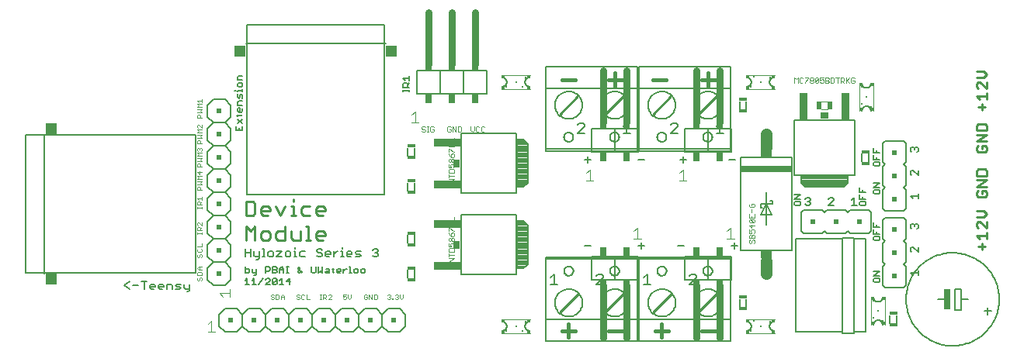
<source format=gto>
G75*
%MOIN*%
%OFA0B0*%
%FSLAX24Y24*%
%IPPOS*%
%LPD*%
%AMOC8*
5,1,8,0,0,1.08239X$1,22.5*
%
%ADD10C,0.0090*%
%ADD11C,0.0050*%
%ADD12C,0.0020*%
%ADD13C,0.0070*%
%ADD14C,0.0110*%
%ADD15C,0.0040*%
%ADD16C,0.0150*%
%ADD17C,0.0080*%
%ADD18C,0.0060*%
%ADD19R,0.0250X0.0900*%
%ADD20C,0.0500*%
%ADD21R,0.2200X0.0300*%
%ADD22R,0.0500X0.0350*%
%ADD23R,0.0240X0.0240*%
%ADD24C,0.0098*%
%ADD25R,0.0177X0.0157*%
%ADD26R,0.0069X0.0128*%
%ADD27R,0.0079X0.0079*%
%ADD28R,0.0157X0.0177*%
%ADD29R,0.0128X0.0069*%
%ADD30R,0.0340X0.0160*%
%ADD31R,0.1140X0.0340*%
%ADD32R,0.0300X0.0340*%
%ADD33C,0.0079*%
%ADD34R,0.0450X0.0502*%
%ADD35R,0.0450X0.0492*%
%ADD36R,0.0502X0.0450*%
%ADD37R,0.0492X0.0450*%
%ADD38C,0.0100*%
%ADD39C,0.0300*%
%ADD40R,0.0300X0.0200*%
%ADD41R,0.0300X0.0400*%
%ADD42R,0.0200X0.0200*%
%ADD43R,0.0197X0.0374*%
%ADD44R,0.0340X0.1140*%
%ADD45R,0.0340X0.0300*%
D10*
X041067Y004565D02*
X041340Y004565D01*
X041204Y004428D02*
X041204Y004702D01*
X041135Y004889D02*
X040998Y005026D01*
X041409Y005026D01*
X041409Y005162D02*
X041409Y004889D01*
X041409Y005349D02*
X041135Y005623D01*
X041067Y005623D01*
X040998Y005554D01*
X040998Y005418D01*
X041067Y005349D01*
X041409Y005349D02*
X041409Y005623D01*
X041272Y005810D02*
X041409Y005946D01*
X041272Y006083D01*
X040998Y006083D01*
X040998Y005810D02*
X041272Y005810D01*
X041340Y006678D02*
X041409Y006747D01*
X041409Y006884D01*
X041340Y006952D01*
X041204Y006952D01*
X041204Y006815D01*
X041067Y006678D02*
X041340Y006678D01*
X041067Y006678D02*
X040998Y006747D01*
X040998Y006884D01*
X041067Y006952D01*
X040998Y007139D02*
X041409Y007412D01*
X040998Y007412D01*
X040998Y007599D02*
X040998Y007804D01*
X041067Y007873D01*
X041340Y007873D01*
X041409Y007804D01*
X041409Y007599D01*
X040998Y007599D01*
X040998Y007139D02*
X041409Y007139D01*
X041340Y008628D02*
X041409Y008697D01*
X041409Y008834D01*
X041340Y008902D01*
X041204Y008902D01*
X041204Y008765D01*
X041067Y008628D02*
X041340Y008628D01*
X041067Y008628D02*
X040998Y008697D01*
X040998Y008834D01*
X041067Y008902D01*
X040998Y009089D02*
X041409Y009362D01*
X040998Y009362D01*
X040998Y009089D02*
X041409Y009089D01*
X041409Y009549D02*
X040998Y009549D01*
X040998Y009754D01*
X041067Y009823D01*
X041340Y009823D01*
X041409Y009754D01*
X041409Y009549D01*
X041204Y010428D02*
X041204Y010702D01*
X041067Y010565D02*
X041340Y010565D01*
X041409Y010889D02*
X041409Y011162D01*
X041409Y011026D02*
X040998Y011026D01*
X041135Y010889D01*
X041067Y011349D02*
X040998Y011418D01*
X040998Y011554D01*
X041067Y011623D01*
X041135Y011623D01*
X041409Y011349D01*
X041409Y011623D01*
X041272Y011810D02*
X041409Y011946D01*
X041272Y012083D01*
X040998Y012083D01*
X040998Y011810D02*
X041272Y011810D01*
D11*
X038422Y008835D02*
X038365Y008835D01*
X038309Y008778D01*
X038309Y008722D01*
X038309Y008778D02*
X038252Y008835D01*
X038195Y008835D01*
X038138Y008778D01*
X038138Y008665D01*
X038195Y008608D01*
X038422Y008608D02*
X038479Y008665D01*
X038479Y008778D01*
X038422Y008835D01*
X036829Y008598D02*
X036559Y008598D01*
X036559Y008778D01*
X036694Y008688D02*
X036694Y008598D01*
X036559Y008483D02*
X036559Y008303D01*
X036829Y008303D01*
X036784Y008188D02*
X036604Y008188D01*
X036559Y008143D01*
X036559Y008053D01*
X036604Y008008D01*
X036784Y008008D01*
X036829Y008053D01*
X036829Y008143D01*
X036784Y008188D01*
X036694Y008303D02*
X036694Y008393D01*
X038138Y007778D02*
X038138Y007665D01*
X038195Y007608D01*
X038138Y007778D02*
X038195Y007835D01*
X038252Y007835D01*
X038479Y007608D01*
X038479Y007835D01*
X036829Y007283D02*
X036559Y007283D01*
X036559Y007103D02*
X036829Y007283D01*
X036829Y007103D02*
X036559Y007103D01*
X036604Y006988D02*
X036559Y006943D01*
X036559Y006853D01*
X036604Y006808D01*
X036784Y006808D01*
X036829Y006853D01*
X036829Y006943D01*
X036784Y006988D01*
X036604Y006988D01*
X036229Y006898D02*
X035959Y006898D01*
X035959Y007078D01*
X036094Y006988D02*
X036094Y006898D01*
X035959Y006783D02*
X035959Y006603D01*
X036229Y006603D01*
X036184Y006488D02*
X036004Y006488D01*
X035959Y006443D01*
X035959Y006353D01*
X036004Y006308D01*
X036184Y006308D01*
X036229Y006353D01*
X036229Y006443D01*
X036184Y006488D01*
X036094Y006603D02*
X036094Y006693D01*
X035733Y006659D02*
X035620Y006545D01*
X035733Y006659D02*
X035733Y006318D01*
X035620Y006318D02*
X035847Y006318D01*
X034847Y006318D02*
X034620Y006318D01*
X034847Y006545D01*
X034847Y006602D01*
X034790Y006659D01*
X034676Y006659D01*
X034620Y006602D01*
X033847Y006602D02*
X033847Y006545D01*
X033790Y006488D01*
X033847Y006432D01*
X033847Y006375D01*
X033790Y006318D01*
X033676Y006318D01*
X033620Y006375D01*
X033733Y006488D02*
X033790Y006488D01*
X033847Y006602D02*
X033790Y006659D01*
X033676Y006659D01*
X033620Y006602D01*
X033429Y006603D02*
X033159Y006603D01*
X033429Y006783D01*
X033159Y006783D01*
X033204Y006488D02*
X033159Y006443D01*
X033159Y006353D01*
X033204Y006308D01*
X033384Y006308D01*
X033429Y006353D01*
X033429Y006443D01*
X033384Y006488D01*
X033204Y006488D01*
X036559Y005578D02*
X036559Y005398D01*
X036829Y005398D01*
X036694Y005398D02*
X036694Y005488D01*
X036559Y005283D02*
X036559Y005103D01*
X036829Y005103D01*
X036784Y004988D02*
X036604Y004988D01*
X036559Y004943D01*
X036559Y004853D01*
X036604Y004808D01*
X036784Y004808D01*
X036829Y004853D01*
X036829Y004943D01*
X036784Y004988D01*
X036694Y005103D02*
X036694Y005193D01*
X036204Y004883D02*
X035704Y004883D01*
X035704Y004933D01*
X035204Y004933D01*
X035204Y004883D01*
X033204Y004883D01*
X033204Y000883D01*
X035204Y000883D01*
X035204Y000833D01*
X035704Y000833D01*
X035704Y000883D01*
X036204Y000883D01*
X036204Y004883D01*
X035704Y004883D02*
X035704Y000883D01*
X035204Y000883D02*
X035204Y004883D01*
X038138Y004478D02*
X038138Y004365D01*
X038195Y004308D01*
X038252Y004535D02*
X038479Y004308D01*
X038479Y004535D01*
X038252Y004535D02*
X038195Y004535D01*
X038138Y004478D01*
X038195Y005308D02*
X038138Y005365D01*
X038138Y005478D01*
X038195Y005535D01*
X038252Y005535D01*
X038309Y005478D01*
X038365Y005535D01*
X038422Y005535D01*
X038479Y005478D01*
X038479Y005365D01*
X038422Y005308D01*
X038309Y005422D02*
X038309Y005478D01*
X038252Y006608D02*
X038138Y006722D01*
X038479Y006722D01*
X038479Y006835D02*
X038479Y006608D01*
X030103Y009408D02*
X029803Y009408D01*
X029953Y009408D02*
X029953Y009859D01*
X029803Y009709D01*
X028153Y009709D02*
X028153Y009784D01*
X028078Y009859D01*
X027928Y009859D01*
X027853Y009784D01*
X028153Y009709D02*
X027853Y009408D01*
X028153Y009408D01*
X026103Y009408D02*
X025803Y009408D01*
X025953Y009408D02*
X025953Y009859D01*
X025803Y009709D01*
X024153Y009709D02*
X024153Y009784D01*
X024078Y009859D01*
X023928Y009859D01*
X023853Y009784D01*
X024153Y009709D02*
X023853Y009408D01*
X024153Y009408D01*
X016629Y011208D02*
X016629Y011298D01*
X016629Y011253D02*
X016359Y011253D01*
X016359Y011208D02*
X016359Y011298D01*
X016359Y011405D02*
X016359Y011540D01*
X016404Y011585D01*
X016494Y011585D01*
X016539Y011540D01*
X016539Y011405D01*
X016629Y011405D02*
X016359Y011405D01*
X016539Y011495D02*
X016629Y011585D01*
X016629Y011699D02*
X016629Y011880D01*
X016629Y011789D02*
X016359Y011789D01*
X016449Y011699D01*
X015604Y013283D02*
X009604Y013283D01*
X009449Y011894D02*
X009314Y011894D01*
X009269Y011849D01*
X009269Y011714D01*
X009449Y011714D01*
X009404Y011599D02*
X009314Y011599D01*
X009269Y011554D01*
X009269Y011464D01*
X009314Y011419D01*
X009404Y011419D01*
X009449Y011464D01*
X009449Y011554D01*
X009404Y011599D01*
X009449Y011313D02*
X009449Y011223D01*
X009449Y011268D02*
X009269Y011268D01*
X009269Y011223D01*
X009179Y011268D02*
X009134Y011268D01*
X009269Y011108D02*
X009269Y010973D01*
X009314Y010928D01*
X009359Y010973D01*
X009359Y011063D01*
X009404Y011108D01*
X009449Y011063D01*
X009449Y010928D01*
X009449Y010813D02*
X009314Y010813D01*
X009269Y010768D01*
X009269Y010633D01*
X009449Y010633D01*
X009359Y010519D02*
X009359Y010339D01*
X009404Y010339D02*
X009314Y010339D01*
X009269Y010384D01*
X009269Y010474D01*
X009314Y010519D01*
X009359Y010519D01*
X009449Y010474D02*
X009449Y010384D01*
X009404Y010339D01*
X009449Y010232D02*
X009404Y010187D01*
X009224Y010187D01*
X009269Y010142D02*
X009269Y010232D01*
X009269Y010028D02*
X009449Y009848D01*
X009449Y009733D02*
X009449Y009553D01*
X009179Y009553D01*
X009179Y009733D01*
X009269Y009848D02*
X009449Y010028D01*
X009314Y009643D02*
X009314Y009553D01*
X000954Y009383D02*
X000954Y003383D01*
X009579Y003408D02*
X009714Y003408D01*
X009759Y003453D01*
X009759Y003543D01*
X009714Y003588D01*
X009579Y003588D01*
X009579Y003679D02*
X009579Y003408D01*
X009669Y003179D02*
X009669Y002908D01*
X009579Y002908D02*
X009759Y002908D01*
X009873Y002908D02*
X010054Y002908D01*
X009964Y002908D02*
X009964Y003179D01*
X009873Y003088D01*
X009669Y003179D02*
X009579Y003088D01*
X009964Y003318D02*
X010009Y003318D01*
X010054Y003363D01*
X010054Y003588D01*
X009873Y003588D02*
X009873Y003453D01*
X009918Y003408D01*
X010054Y003408D01*
X010348Y003179D02*
X010168Y002908D01*
X010463Y002908D02*
X010643Y003088D01*
X010643Y003134D01*
X010598Y003179D01*
X010508Y003179D01*
X010463Y003134D01*
X010463Y003408D02*
X010463Y003679D01*
X010598Y003679D01*
X010643Y003634D01*
X010643Y003543D01*
X010598Y003498D01*
X010463Y003498D01*
X010757Y003543D02*
X010893Y003543D01*
X010938Y003498D01*
X010938Y003453D01*
X010893Y003408D01*
X010757Y003408D01*
X010757Y003679D01*
X010893Y003679D01*
X010938Y003634D01*
X010938Y003588D01*
X010893Y003543D01*
X011052Y003543D02*
X011232Y003543D01*
X011232Y003588D02*
X011232Y003408D01*
X011347Y003408D02*
X011437Y003408D01*
X011392Y003408D02*
X011392Y003679D01*
X011347Y003679D02*
X011437Y003679D01*
X011232Y003588D02*
X011142Y003679D01*
X011052Y003588D01*
X011052Y003408D01*
X011142Y003179D02*
X011142Y002908D01*
X011052Y002908D02*
X011232Y002908D01*
X011347Y003043D02*
X011527Y003043D01*
X011482Y002908D02*
X011482Y003179D01*
X011347Y003043D01*
X011142Y003179D02*
X011052Y003088D01*
X010938Y003134D02*
X010757Y002953D01*
X010802Y002908D01*
X010893Y002908D01*
X010938Y002953D01*
X010938Y003134D01*
X010893Y003179D01*
X010802Y003179D01*
X010757Y003134D01*
X010757Y002953D01*
X010643Y002908D02*
X010463Y002908D01*
X011838Y003453D02*
X011838Y003498D01*
X011928Y003588D01*
X011928Y003634D01*
X011883Y003679D01*
X011838Y003634D01*
X011838Y003588D01*
X012018Y003408D01*
X011928Y003408D02*
X011883Y003408D01*
X011838Y003453D01*
X011928Y003408D02*
X012018Y003498D01*
X012427Y003453D02*
X012472Y003408D01*
X012562Y003408D01*
X012607Y003453D01*
X012607Y003679D01*
X012722Y003679D02*
X012722Y003408D01*
X012812Y003498D01*
X012902Y003408D01*
X012902Y003679D01*
X013061Y003588D02*
X013151Y003588D01*
X013197Y003543D01*
X013197Y003408D01*
X013061Y003408D01*
X013016Y003453D01*
X013061Y003498D01*
X013197Y003498D01*
X013311Y003588D02*
X013401Y003588D01*
X013356Y003634D02*
X013356Y003453D01*
X013401Y003408D01*
X013507Y003453D02*
X013507Y003543D01*
X013553Y003588D01*
X013643Y003588D01*
X013688Y003543D01*
X013688Y003498D01*
X013507Y003498D01*
X013507Y003453D02*
X013553Y003408D01*
X013643Y003408D01*
X013802Y003408D02*
X013802Y003588D01*
X013802Y003498D02*
X013892Y003588D01*
X013937Y003588D01*
X014048Y003679D02*
X014093Y003679D01*
X014093Y003408D01*
X014048Y003408D02*
X014138Y003408D01*
X014244Y003453D02*
X014289Y003408D01*
X014379Y003408D01*
X014424Y003453D01*
X014424Y003543D01*
X014379Y003588D01*
X014289Y003588D01*
X014244Y003543D01*
X014244Y003453D01*
X014539Y003453D02*
X014584Y003408D01*
X014674Y003408D01*
X014719Y003453D01*
X014719Y003543D01*
X014674Y003588D01*
X014584Y003588D01*
X014539Y003543D01*
X014539Y003453D01*
X012427Y003453D02*
X012427Y003679D01*
X022695Y003209D02*
X022845Y003359D01*
X022845Y002908D01*
X022695Y002908D02*
X022995Y002908D01*
X024645Y002908D02*
X024945Y003209D01*
X024945Y003284D01*
X024870Y003359D01*
X024720Y003359D01*
X024645Y003284D01*
X024645Y002908D02*
X024945Y002908D01*
X026695Y002908D02*
X026995Y002908D01*
X026845Y002908D02*
X026845Y003359D01*
X026695Y003209D01*
X028645Y003284D02*
X028720Y003359D01*
X028870Y003359D01*
X028945Y003284D01*
X028945Y003209D01*
X028645Y002908D01*
X028945Y002908D01*
X036559Y003053D02*
X036604Y003008D01*
X036784Y003008D01*
X036829Y003053D01*
X036829Y003143D01*
X036784Y003188D01*
X036604Y003188D01*
X036559Y003143D01*
X036559Y003053D01*
X036559Y003303D02*
X036829Y003483D01*
X036559Y003483D01*
X036559Y003303D02*
X036829Y003303D01*
X038138Y003422D02*
X038479Y003422D01*
X038479Y003535D02*
X038479Y003308D01*
X038252Y003308D02*
X038138Y003422D01*
D12*
X031444Y004730D02*
X031407Y004693D01*
X031444Y004730D02*
X031444Y004803D01*
X031407Y004840D01*
X031370Y004840D01*
X031334Y004803D01*
X031334Y004730D01*
X031297Y004693D01*
X031260Y004693D01*
X031224Y004730D01*
X031224Y004803D01*
X031260Y004840D01*
X031224Y004914D02*
X031224Y005024D01*
X031260Y005061D01*
X031297Y005061D01*
X031334Y005024D01*
X031334Y004914D01*
X031444Y004914D02*
X031444Y005024D01*
X031407Y005061D01*
X031370Y005061D01*
X031334Y005024D01*
X031334Y005135D02*
X031224Y005135D01*
X031224Y005282D01*
X031297Y005245D02*
X031297Y005209D01*
X031334Y005135D01*
X031407Y005135D02*
X031444Y005172D01*
X031444Y005245D01*
X031407Y005282D01*
X031334Y005282D01*
X031297Y005245D01*
X031334Y005356D02*
X031334Y005503D01*
X031407Y005577D02*
X031260Y005724D01*
X031407Y005724D01*
X031444Y005687D01*
X031444Y005614D01*
X031407Y005577D01*
X031260Y005577D01*
X031224Y005614D01*
X031224Y005687D01*
X031260Y005724D01*
X031224Y005798D02*
X031444Y005798D01*
X031444Y005945D01*
X031334Y005872D02*
X031334Y005798D01*
X031224Y005798D02*
X031224Y005945D01*
X031334Y006019D02*
X031334Y006166D01*
X031407Y006240D02*
X031444Y006277D01*
X031444Y006350D01*
X031407Y006387D01*
X031334Y006387D01*
X031334Y006314D01*
X031260Y006387D02*
X031224Y006350D01*
X031224Y006277D01*
X031260Y006240D01*
X031407Y006240D01*
X031444Y005466D02*
X031224Y005466D01*
X031334Y005356D01*
X031444Y004914D02*
X031224Y004914D01*
X019853Y009530D02*
X019816Y009493D01*
X019742Y009493D01*
X019706Y009530D01*
X019706Y009677D01*
X019742Y009714D01*
X019816Y009714D01*
X019853Y009677D01*
X019632Y009677D02*
X019595Y009714D01*
X019521Y009714D01*
X019485Y009677D01*
X019485Y009530D01*
X019521Y009493D01*
X019595Y009493D01*
X019632Y009530D01*
X019411Y009567D02*
X019337Y009493D01*
X019264Y009567D01*
X019264Y009714D01*
X019411Y009714D02*
X019411Y009567D01*
X018853Y009530D02*
X018816Y009493D01*
X018706Y009493D01*
X018706Y009714D01*
X018816Y009714D01*
X018853Y009677D01*
X018853Y009530D01*
X018853Y009677D01*
X018816Y009714D01*
X018706Y009714D01*
X018706Y009493D01*
X018816Y009493D01*
X018853Y009530D01*
X018632Y009493D02*
X018485Y009714D01*
X018485Y009493D01*
X018485Y009714D01*
X018632Y009493D01*
X018632Y009714D01*
X018632Y009493D01*
X018411Y009530D02*
X018411Y009603D01*
X018337Y009603D01*
X018411Y009603D01*
X018411Y009530D01*
X018374Y009493D01*
X018300Y009493D01*
X018264Y009530D01*
X018264Y009677D01*
X018300Y009714D01*
X018374Y009714D01*
X018411Y009677D01*
X018374Y009714D01*
X018300Y009714D01*
X018264Y009677D01*
X018264Y009530D01*
X018300Y009493D01*
X018374Y009493D01*
X018411Y009530D01*
X017679Y009530D02*
X017642Y009493D01*
X017569Y009493D01*
X017532Y009530D01*
X017532Y009677D01*
X017569Y009714D01*
X017642Y009714D01*
X017679Y009677D01*
X017679Y009603D02*
X017605Y009603D01*
X017679Y009603D02*
X017679Y009530D01*
X017458Y009493D02*
X017385Y009493D01*
X017421Y009493D02*
X017421Y009714D01*
X017385Y009714D02*
X017458Y009714D01*
X017311Y009677D02*
X017274Y009714D01*
X017200Y009714D01*
X017164Y009677D01*
X017164Y009640D01*
X017200Y009603D01*
X017274Y009603D01*
X017311Y009567D01*
X017311Y009530D01*
X017274Y009493D01*
X017200Y009493D01*
X017164Y009530D01*
X018544Y009208D02*
X018544Y009061D01*
X018324Y009061D01*
X018324Y008987D02*
X018544Y008987D01*
X018324Y008840D01*
X018544Y008840D01*
X018360Y008766D02*
X018507Y008619D01*
X018544Y008619D01*
X018507Y008545D02*
X018470Y008545D01*
X018434Y008508D01*
X018434Y008398D01*
X018507Y008398D01*
X018544Y008435D01*
X018544Y008508D01*
X018507Y008545D01*
X018360Y008472D02*
X018324Y008545D01*
X018324Y008619D02*
X018324Y008766D01*
X018360Y008766D01*
X018360Y008472D02*
X018434Y008398D01*
X018470Y008324D02*
X018507Y008324D01*
X018544Y008287D01*
X018544Y008214D01*
X018507Y008177D01*
X018470Y008177D01*
X018434Y008214D01*
X018434Y008287D01*
X018470Y008324D01*
X018434Y008287D02*
X018397Y008324D01*
X018360Y008324D01*
X018324Y008287D01*
X018324Y008214D01*
X018360Y008177D01*
X018397Y008177D01*
X018434Y008214D01*
X018434Y008103D02*
X018507Y008103D01*
X018544Y008066D01*
X018544Y007993D01*
X018507Y007956D01*
X018434Y007956D02*
X018397Y008030D01*
X018397Y008066D01*
X018434Y008103D01*
X018324Y008103D02*
X018324Y007956D01*
X018434Y007956D01*
X018507Y007882D02*
X018360Y007882D01*
X018324Y007845D01*
X018324Y007735D01*
X018544Y007735D01*
X018544Y007845D01*
X018507Y007882D01*
X018324Y007661D02*
X018324Y007514D01*
X018324Y007588D02*
X018544Y007588D01*
X018544Y007440D02*
X018324Y007440D01*
X018324Y007293D02*
X018544Y007440D01*
X018544Y007293D02*
X018324Y007293D01*
X018544Y005808D02*
X018544Y005661D01*
X018324Y005661D01*
X018324Y005587D02*
X018544Y005587D01*
X018324Y005440D01*
X018544Y005440D01*
X018360Y005366D02*
X018507Y005219D01*
X018544Y005219D01*
X018507Y005145D02*
X018470Y005145D01*
X018434Y005108D01*
X018434Y004998D01*
X018507Y004998D01*
X018544Y005035D01*
X018544Y005108D01*
X018507Y005145D01*
X018360Y005072D02*
X018434Y004998D01*
X018470Y004924D02*
X018507Y004924D01*
X018544Y004887D01*
X018544Y004814D01*
X018507Y004777D01*
X018470Y004777D01*
X018434Y004814D01*
X018434Y004887D01*
X018470Y004924D01*
X018434Y004887D02*
X018397Y004924D01*
X018360Y004924D01*
X018324Y004887D01*
X018324Y004814D01*
X018360Y004777D01*
X018397Y004777D01*
X018434Y004814D01*
X018434Y004703D02*
X018507Y004703D01*
X018544Y004666D01*
X018544Y004593D01*
X018507Y004556D01*
X018434Y004556D02*
X018397Y004630D01*
X018397Y004666D01*
X018434Y004703D01*
X018324Y004703D02*
X018324Y004556D01*
X018434Y004556D01*
X018507Y004482D02*
X018360Y004482D01*
X018324Y004445D01*
X018324Y004335D01*
X018544Y004335D01*
X018544Y004445D01*
X018507Y004482D01*
X018324Y004261D02*
X018324Y004114D01*
X018324Y004188D02*
X018544Y004188D01*
X018544Y004040D02*
X018324Y004040D01*
X018324Y003893D02*
X018544Y004040D01*
X018544Y003893D02*
X018324Y003893D01*
X018360Y005072D02*
X018324Y005145D01*
X018324Y005219D02*
X018324Y005366D01*
X018360Y005366D01*
X033164Y011593D02*
X033164Y011814D01*
X033237Y011740D01*
X033311Y011814D01*
X033311Y011593D01*
X033385Y011630D02*
X033421Y011593D01*
X033495Y011593D01*
X033532Y011630D01*
X033606Y011630D02*
X033606Y011593D01*
X033606Y011630D02*
X033753Y011777D01*
X033753Y011814D01*
X033606Y011814D01*
X033532Y011777D02*
X033495Y011814D01*
X033421Y011814D01*
X033385Y011777D01*
X033385Y011630D01*
X033827Y011630D02*
X033863Y011593D01*
X033937Y011593D01*
X033974Y011630D01*
X033974Y011667D01*
X033937Y011703D01*
X033863Y011703D01*
X033827Y011740D01*
X033827Y011777D01*
X033863Y011814D01*
X033937Y011814D01*
X033974Y011777D01*
X033974Y011740D01*
X033937Y011703D01*
X033863Y011703D02*
X033827Y011667D01*
X033827Y011630D01*
X034048Y011630D02*
X034195Y011777D01*
X034195Y011630D01*
X034158Y011593D01*
X034084Y011593D01*
X034048Y011630D01*
X034048Y011777D01*
X034084Y011814D01*
X034158Y011814D01*
X034195Y011777D01*
X034269Y011814D02*
X034269Y011703D01*
X034342Y011740D01*
X034379Y011740D01*
X034416Y011703D01*
X034416Y011630D01*
X034379Y011593D01*
X034305Y011593D01*
X034269Y011630D01*
X034269Y011814D02*
X034416Y011814D01*
X034490Y011814D02*
X034600Y011814D01*
X034636Y011777D01*
X034636Y011740D01*
X034600Y011703D01*
X034490Y011703D01*
X034490Y011593D02*
X034600Y011593D01*
X034636Y011630D01*
X034636Y011667D01*
X034600Y011703D01*
X034490Y011593D02*
X034490Y011814D01*
X034711Y011814D02*
X034821Y011814D01*
X034857Y011777D01*
X034857Y011630D01*
X034821Y011593D01*
X034711Y011593D01*
X034711Y011814D01*
X034932Y011814D02*
X035078Y011814D01*
X035005Y011814D02*
X035005Y011593D01*
X035153Y011593D02*
X035153Y011814D01*
X035263Y011814D01*
X035299Y011777D01*
X035299Y011703D01*
X035263Y011667D01*
X035153Y011667D01*
X035226Y011667D02*
X035299Y011593D01*
X035374Y011593D02*
X035374Y011814D01*
X035410Y011703D02*
X035520Y011593D01*
X035595Y011630D02*
X035631Y011593D01*
X035705Y011593D01*
X035741Y011630D01*
X035741Y011703D01*
X035668Y011703D01*
X035595Y011777D02*
X035595Y011630D01*
X035595Y011777D02*
X035631Y011814D01*
X035705Y011814D01*
X035741Y011777D01*
X035520Y011814D02*
X035374Y011667D01*
D13*
X007132Y002608D02*
X007077Y002608D01*
X007132Y002608D02*
X007187Y002663D01*
X007187Y002939D01*
X006967Y002939D02*
X006967Y002773D01*
X007022Y002718D01*
X007187Y002718D01*
X006819Y002773D02*
X006764Y002828D01*
X006654Y002828D01*
X006599Y002883D01*
X006654Y002939D01*
X006819Y002939D01*
X006819Y002773D02*
X006764Y002718D01*
X006599Y002718D01*
X006451Y002718D02*
X006451Y002883D01*
X006395Y002939D01*
X006230Y002939D01*
X006230Y002718D01*
X006082Y002828D02*
X005862Y002828D01*
X005862Y002773D02*
X005862Y002883D01*
X005917Y002939D01*
X006027Y002939D01*
X006082Y002883D01*
X006082Y002828D01*
X006027Y002718D02*
X005917Y002718D01*
X005862Y002773D01*
X005714Y002828D02*
X005494Y002828D01*
X005494Y002773D02*
X005494Y002883D01*
X005549Y002939D01*
X005659Y002939D01*
X005714Y002883D01*
X005714Y002828D01*
X005659Y002718D02*
X005549Y002718D01*
X005494Y002773D01*
X005236Y002718D02*
X005236Y003049D01*
X005346Y003049D02*
X005125Y003049D01*
X004977Y002883D02*
X004757Y002883D01*
X004609Y002718D02*
X004389Y002883D01*
X004609Y003049D01*
D14*
X009609Y004838D02*
X009609Y005429D01*
X009806Y005232D01*
X010002Y005429D01*
X010002Y004838D01*
X010253Y004937D02*
X010352Y004838D01*
X010549Y004838D01*
X010647Y004937D01*
X010647Y005134D01*
X010549Y005232D01*
X010352Y005232D01*
X010253Y005134D01*
X010253Y004937D01*
X010898Y004937D02*
X010898Y005134D01*
X010996Y005232D01*
X011292Y005232D01*
X011292Y005429D02*
X011292Y004838D01*
X010996Y004838D01*
X010898Y004937D01*
X011542Y004937D02*
X011542Y005232D01*
X011936Y005232D02*
X011936Y004838D01*
X011641Y004838D01*
X011542Y004937D01*
X012187Y004838D02*
X012384Y004838D01*
X012285Y004838D02*
X012285Y005429D01*
X012187Y005429D01*
X012617Y005134D02*
X012715Y005232D01*
X012912Y005232D01*
X013010Y005134D01*
X013010Y005035D01*
X012617Y005035D01*
X012617Y004937D02*
X012617Y005134D01*
X012617Y004937D02*
X012715Y004838D01*
X012912Y004838D01*
X012912Y005888D02*
X012715Y005888D01*
X012617Y005987D01*
X012617Y006184D01*
X012715Y006282D01*
X012912Y006282D01*
X013010Y006184D01*
X013010Y006085D01*
X012617Y006085D01*
X012366Y005888D02*
X012071Y005888D01*
X011972Y005987D01*
X011972Y006184D01*
X012071Y006282D01*
X012366Y006282D01*
X011641Y006282D02*
X011641Y005888D01*
X011739Y005888D02*
X011542Y005888D01*
X011095Y005888D02*
X011292Y006282D01*
X011542Y006282D02*
X011641Y006282D01*
X011641Y006479D02*
X011641Y006577D01*
X010898Y006282D02*
X011095Y005888D01*
X010647Y006085D02*
X010253Y006085D01*
X010253Y005987D02*
X010253Y006184D01*
X010352Y006282D01*
X010549Y006282D01*
X010647Y006184D01*
X010647Y006085D01*
X010549Y005888D02*
X010352Y005888D01*
X010253Y005987D01*
X010002Y005987D02*
X009904Y005888D01*
X009609Y005888D01*
X009609Y006479D01*
X009904Y006479D01*
X010002Y006380D01*
X010002Y005987D01*
D15*
X007734Y006203D02*
X007734Y006270D01*
X007734Y006237D02*
X007534Y006237D01*
X007534Y006270D02*
X007534Y006203D01*
X007534Y006351D02*
X007534Y006451D01*
X007567Y006484D01*
X007634Y006484D01*
X007667Y006451D01*
X007667Y006351D01*
X007667Y006417D02*
X007734Y006484D01*
X007734Y006572D02*
X007734Y006705D01*
X007734Y006638D02*
X007534Y006638D01*
X007600Y006572D01*
X007534Y006351D02*
X007734Y006351D01*
X007734Y007003D02*
X007534Y007003D01*
X007534Y007103D01*
X007567Y007137D01*
X007634Y007137D01*
X007667Y007103D01*
X007667Y007003D01*
X007734Y007224D02*
X007534Y007224D01*
X007534Y007358D02*
X007734Y007358D01*
X007667Y007291D01*
X007734Y007224D01*
X007734Y007445D02*
X007534Y007445D01*
X007600Y007512D01*
X007534Y007579D01*
X007734Y007579D01*
X007634Y007666D02*
X007634Y007800D01*
X007734Y007766D02*
X007534Y007766D01*
X007634Y007666D01*
X007667Y008003D02*
X007667Y008103D01*
X007634Y008137D01*
X007567Y008137D01*
X007534Y008103D01*
X007534Y008003D01*
X007734Y008003D01*
X007734Y008224D02*
X007534Y008224D01*
X007534Y008358D02*
X007734Y008358D01*
X007667Y008291D01*
X007734Y008224D01*
X007734Y008445D02*
X007534Y008445D01*
X007600Y008512D01*
X007534Y008579D01*
X007734Y008579D01*
X007700Y008666D02*
X007734Y008700D01*
X007734Y008766D01*
X007700Y008800D01*
X007667Y008800D01*
X007634Y008766D01*
X007634Y008733D01*
X007634Y008766D02*
X007600Y008800D01*
X007567Y008800D01*
X007534Y008766D01*
X007534Y008700D01*
X007567Y008666D01*
X007534Y009003D02*
X007534Y009103D01*
X007567Y009137D01*
X007634Y009137D01*
X007667Y009103D01*
X007667Y009003D01*
X007734Y009003D02*
X007534Y009003D01*
X007534Y009224D02*
X007734Y009224D01*
X007667Y009291D01*
X007734Y009358D01*
X007534Y009358D01*
X007534Y009445D02*
X007600Y009512D01*
X007534Y009579D01*
X007734Y009579D01*
X007734Y009666D02*
X007600Y009800D01*
X007567Y009800D01*
X007534Y009766D01*
X007534Y009700D01*
X007567Y009666D01*
X007734Y009666D02*
X007734Y009800D01*
X007734Y010103D02*
X007534Y010103D01*
X007534Y010203D01*
X007567Y010237D01*
X007634Y010237D01*
X007667Y010203D01*
X007667Y010103D01*
X007734Y010324D02*
X007534Y010324D01*
X007534Y010458D02*
X007734Y010458D01*
X007667Y010391D01*
X007734Y010324D01*
X007734Y010545D02*
X007534Y010545D01*
X007600Y010612D01*
X007534Y010679D01*
X007734Y010679D01*
X007734Y010766D02*
X007734Y010900D01*
X007734Y010833D02*
X007534Y010833D01*
X007600Y010766D01*
X007534Y009445D02*
X007734Y009445D01*
X016724Y009903D02*
X017031Y009903D01*
X016877Y009903D02*
X016877Y010364D01*
X016724Y010210D01*
X020594Y011338D02*
X021814Y011338D01*
X021814Y011929D02*
X020594Y011929D01*
X031094Y011929D02*
X032314Y011929D01*
X032314Y011338D02*
X031094Y011338D01*
X034314Y010803D02*
X034594Y010803D01*
X034594Y010468D02*
X034314Y010468D01*
X035959Y010373D02*
X035959Y011594D01*
X036549Y011594D02*
X036549Y010373D01*
X028377Y007864D02*
X028377Y007403D01*
X028224Y007403D02*
X028531Y007403D01*
X028224Y007710D02*
X028377Y007864D01*
X024531Y007403D02*
X024224Y007403D01*
X024377Y007403D02*
X024377Y007864D01*
X024224Y007710D01*
X026417Y005364D02*
X026417Y004903D01*
X026570Y004903D02*
X026263Y004903D01*
X026263Y005210D02*
X026417Y005364D01*
X030263Y005210D02*
X030417Y005364D01*
X030417Y004903D01*
X030570Y004903D02*
X030263Y004903D01*
X036459Y002394D02*
X036459Y001173D01*
X037049Y001173D02*
X037049Y002394D01*
X032314Y001429D02*
X031094Y001429D01*
X031094Y000838D02*
X032314Y000838D01*
X021814Y000838D02*
X020594Y000838D01*
X020594Y001429D02*
X021814Y001429D01*
X016360Y002370D02*
X016360Y002504D01*
X016226Y002504D02*
X016226Y002370D01*
X016293Y002303D01*
X016360Y002370D01*
X016139Y002370D02*
X016139Y002337D01*
X016105Y002303D01*
X016039Y002303D01*
X016005Y002337D01*
X015928Y002337D02*
X015928Y002303D01*
X015895Y002303D01*
X015895Y002337D01*
X015928Y002337D01*
X015807Y002337D02*
X015774Y002303D01*
X015707Y002303D01*
X015674Y002337D01*
X015741Y002403D02*
X015774Y002403D01*
X015807Y002370D01*
X015807Y002337D01*
X015774Y002403D02*
X015807Y002437D01*
X015807Y002470D01*
X015774Y002504D01*
X015707Y002504D01*
X015674Y002470D01*
X016005Y002470D02*
X016039Y002504D01*
X016105Y002504D01*
X016139Y002470D01*
X016139Y002437D01*
X016105Y002403D01*
X016139Y002370D01*
X016105Y002403D02*
X016072Y002403D01*
X015249Y002337D02*
X015249Y002470D01*
X015216Y002504D01*
X015116Y002504D01*
X015116Y002303D01*
X015216Y002303D01*
X015249Y002337D01*
X015028Y002303D02*
X015028Y002504D01*
X014895Y002504D02*
X015028Y002303D01*
X014895Y002303D02*
X014895Y002504D01*
X014807Y002470D02*
X014774Y002504D01*
X014707Y002504D01*
X014674Y002470D01*
X014674Y002337D01*
X014707Y002303D01*
X014774Y002303D01*
X014807Y002337D01*
X014807Y002403D01*
X014741Y002403D01*
X014128Y002370D02*
X014128Y002504D01*
X013995Y002504D02*
X013995Y002370D01*
X014061Y002303D01*
X014128Y002370D01*
X013907Y002403D02*
X013907Y002337D01*
X013874Y002303D01*
X013807Y002303D01*
X013774Y002337D01*
X013774Y002403D02*
X013841Y002437D01*
X013874Y002437D01*
X013907Y002403D01*
X013907Y002504D02*
X013774Y002504D01*
X013774Y002403D01*
X013276Y002437D02*
X013142Y002303D01*
X013276Y002303D01*
X013276Y002437D02*
X013276Y002470D01*
X013242Y002504D01*
X013175Y002504D01*
X013142Y002470D01*
X013055Y002470D02*
X013055Y002403D01*
X013021Y002370D01*
X012921Y002370D01*
X012921Y002303D02*
X012921Y002504D01*
X013021Y002504D01*
X013055Y002470D01*
X012988Y002370D02*
X013055Y002303D01*
X012841Y002303D02*
X012774Y002303D01*
X012807Y002303D02*
X012807Y002504D01*
X012774Y002504D02*
X012841Y002504D01*
X012349Y002303D02*
X012216Y002303D01*
X012216Y002504D01*
X012128Y002470D02*
X012095Y002504D01*
X012028Y002504D01*
X011995Y002470D01*
X011995Y002337D01*
X012028Y002303D01*
X012095Y002303D01*
X012128Y002337D01*
X011907Y002337D02*
X011874Y002303D01*
X011807Y002303D01*
X011774Y002337D01*
X011807Y002403D02*
X011874Y002403D01*
X011907Y002370D01*
X011907Y002337D01*
X011807Y002403D02*
X011774Y002437D01*
X011774Y002470D01*
X011807Y002504D01*
X011874Y002504D01*
X011907Y002470D01*
X011249Y002437D02*
X011249Y002303D01*
X011249Y002403D02*
X011116Y002403D01*
X011116Y002437D02*
X011182Y002504D01*
X011249Y002437D01*
X011116Y002437D02*
X011116Y002303D01*
X011028Y002337D02*
X011028Y002470D01*
X010995Y002504D01*
X010895Y002504D01*
X010895Y002303D01*
X010995Y002303D01*
X011028Y002337D01*
X010807Y002337D02*
X010774Y002303D01*
X010707Y002303D01*
X010674Y002337D01*
X010707Y002403D02*
X010774Y002403D01*
X010807Y002370D01*
X010807Y002337D01*
X010707Y002403D02*
X010674Y002437D01*
X010674Y002470D01*
X010707Y002504D01*
X010774Y002504D01*
X010807Y002470D01*
X008934Y002403D02*
X008934Y002710D01*
X008934Y002557D02*
X008473Y002557D01*
X008627Y002403D01*
X007734Y003137D02*
X007700Y003103D01*
X007734Y003137D02*
X007734Y003203D01*
X007700Y003237D01*
X007667Y003237D01*
X007634Y003203D01*
X007634Y003137D01*
X007600Y003103D01*
X007567Y003103D01*
X007534Y003137D01*
X007534Y003203D01*
X007567Y003237D01*
X007534Y003324D02*
X007534Y003424D01*
X007567Y003458D01*
X007700Y003458D01*
X007734Y003424D01*
X007734Y003324D01*
X007534Y003324D01*
X007600Y003545D02*
X007534Y003612D01*
X007600Y003679D01*
X007734Y003679D01*
X007634Y003679D02*
X007634Y003545D01*
X007600Y003545D02*
X007734Y003545D01*
X007700Y004103D02*
X007734Y004137D01*
X007734Y004203D01*
X007700Y004237D01*
X007667Y004237D01*
X007634Y004203D01*
X007634Y004137D01*
X007600Y004103D01*
X007567Y004103D01*
X007534Y004137D01*
X007534Y004203D01*
X007567Y004237D01*
X007567Y004324D02*
X007700Y004324D01*
X007734Y004358D01*
X007734Y004424D01*
X007700Y004458D01*
X007734Y004545D02*
X007534Y004545D01*
X007567Y004458D02*
X007534Y004424D01*
X007534Y004358D01*
X007567Y004324D01*
X007734Y004545D02*
X007734Y004679D01*
X007734Y005103D02*
X007734Y005170D01*
X007734Y005137D02*
X007534Y005137D01*
X007534Y005170D02*
X007534Y005103D01*
X007534Y005251D02*
X007534Y005351D01*
X007567Y005384D01*
X007634Y005384D01*
X007667Y005351D01*
X007667Y005251D01*
X007667Y005317D02*
X007734Y005384D01*
X007734Y005472D02*
X007600Y005605D01*
X007567Y005605D01*
X007534Y005572D01*
X007534Y005505D01*
X007567Y005472D01*
X007734Y005472D02*
X007734Y005605D01*
X007734Y005251D02*
X007534Y005251D01*
X008127Y001364D02*
X008127Y000903D01*
X007974Y000903D02*
X008281Y000903D01*
X007974Y001210D02*
X008127Y001364D01*
D16*
X023179Y000934D02*
X023746Y000934D01*
X023462Y001217D02*
X023462Y000650D01*
X025179Y000934D02*
X025746Y000934D01*
X027179Y000934D02*
X027746Y000934D01*
X027462Y001217D02*
X027462Y000650D01*
X029179Y000934D02*
X029746Y000934D01*
X029462Y011450D02*
X029462Y012017D01*
X029462Y011450D01*
X029179Y011734D02*
X029746Y011734D01*
X029179Y011734D01*
X027646Y011734D02*
X027079Y011734D01*
X027646Y011734D01*
X025746Y011734D02*
X025179Y011734D01*
X025746Y011734D01*
X025462Y012017D02*
X025462Y011450D01*
X025462Y012017D01*
X023746Y011734D02*
X023179Y011734D01*
X023746Y011734D01*
D17*
X021794Y011830D02*
X021767Y011828D01*
X021741Y011823D01*
X021716Y011814D01*
X021692Y011801D01*
X021670Y011786D01*
X021650Y011767D01*
X021633Y011747D01*
X021619Y011724D01*
X021608Y011699D01*
X021601Y011673D01*
X021597Y011646D01*
X021597Y011620D01*
X021601Y011593D01*
X021608Y011567D01*
X021619Y011542D01*
X021633Y011519D01*
X021650Y011499D01*
X021670Y011480D01*
X021692Y011465D01*
X021716Y011452D01*
X021741Y011443D01*
X021767Y011438D01*
X021794Y011436D01*
X020613Y011436D02*
X020640Y011438D01*
X020666Y011443D01*
X020691Y011452D01*
X020715Y011465D01*
X020737Y011480D01*
X020757Y011499D01*
X020774Y011519D01*
X020788Y011542D01*
X020799Y011567D01*
X020806Y011593D01*
X020810Y011620D01*
X020810Y011646D01*
X020806Y011673D01*
X020799Y011699D01*
X020788Y011724D01*
X020774Y011747D01*
X020757Y011767D01*
X020737Y011786D01*
X020715Y011801D01*
X020691Y011814D01*
X020666Y011823D01*
X020640Y011828D01*
X020613Y011830D01*
X015567Y014097D02*
X015567Y006774D01*
X009640Y006774D01*
X009640Y014097D01*
X015567Y014097D01*
X018854Y009423D02*
X021214Y009423D01*
X021213Y006843D01*
X021214Y006843D02*
X018854Y006843D01*
X018854Y009423D01*
X021254Y009143D02*
X021254Y007123D01*
X021534Y007123D01*
X021714Y007303D01*
X021714Y008963D01*
X021534Y009143D01*
X021254Y009143D01*
X024144Y008284D02*
X024424Y008284D01*
X024284Y008424D02*
X024284Y008143D01*
X026444Y008284D02*
X026724Y008284D01*
X028244Y008284D02*
X028524Y008284D01*
X028384Y008424D02*
X028384Y008143D01*
X030344Y008284D02*
X030624Y008284D01*
X033163Y007624D02*
X035744Y007623D01*
X035744Y009983D01*
X033164Y009983D01*
X033164Y007623D01*
X033444Y007583D02*
X035464Y007583D01*
X035464Y007303D01*
X035284Y007123D01*
X033624Y007123D01*
X033444Y007303D01*
X033444Y007583D01*
X036057Y010393D02*
X036059Y010420D01*
X036064Y010446D01*
X036073Y010471D01*
X036086Y010495D01*
X036101Y010517D01*
X036120Y010537D01*
X036140Y010554D01*
X036163Y010568D01*
X036188Y010579D01*
X036214Y010586D01*
X036241Y010590D01*
X036267Y010590D01*
X036294Y010586D01*
X036320Y010579D01*
X036345Y010568D01*
X036368Y010554D01*
X036388Y010537D01*
X036407Y010517D01*
X036422Y010495D01*
X036435Y010471D01*
X036444Y010446D01*
X036449Y010420D01*
X036451Y010393D01*
X036451Y011574D02*
X036449Y011547D01*
X036444Y011521D01*
X036435Y011496D01*
X036422Y011472D01*
X036407Y011450D01*
X036388Y011430D01*
X036368Y011413D01*
X036345Y011399D01*
X036320Y011388D01*
X036294Y011381D01*
X036267Y011377D01*
X036241Y011377D01*
X036214Y011381D01*
X036188Y011388D01*
X036163Y011399D01*
X036140Y011413D01*
X036120Y011430D01*
X036101Y011450D01*
X036086Y011472D01*
X036073Y011496D01*
X036064Y011521D01*
X036059Y011547D01*
X036057Y011574D01*
X032294Y011436D02*
X032267Y011438D01*
X032241Y011443D01*
X032216Y011452D01*
X032192Y011465D01*
X032170Y011480D01*
X032150Y011499D01*
X032133Y011519D01*
X032119Y011542D01*
X032108Y011567D01*
X032101Y011593D01*
X032097Y011620D01*
X032097Y011646D01*
X032101Y011673D01*
X032108Y011699D01*
X032119Y011724D01*
X032133Y011747D01*
X032150Y011767D01*
X032170Y011786D01*
X032192Y011801D01*
X032216Y011814D01*
X032241Y011823D01*
X032267Y011828D01*
X032294Y011830D01*
X031113Y011830D02*
X031140Y011828D01*
X031166Y011823D01*
X031191Y011814D01*
X031215Y011801D01*
X031237Y011786D01*
X031257Y011767D01*
X031274Y011747D01*
X031288Y011724D01*
X031299Y011699D01*
X031306Y011673D01*
X031310Y011646D01*
X031310Y011620D01*
X031306Y011593D01*
X031299Y011567D01*
X031288Y011542D01*
X031274Y011519D01*
X031257Y011499D01*
X031237Y011480D01*
X031215Y011465D01*
X031191Y011452D01*
X031166Y011443D01*
X031140Y011438D01*
X031113Y011436D01*
X021214Y005923D02*
X018854Y005923D01*
X018854Y003343D01*
X021214Y003343D01*
X021213Y003343D02*
X021214Y005923D01*
X021254Y005643D02*
X021254Y003623D01*
X021534Y003623D01*
X021714Y003803D01*
X021714Y005463D01*
X021534Y005643D01*
X021254Y005643D01*
X024144Y004584D02*
X024424Y004584D01*
X026444Y004584D02*
X026724Y004584D01*
X026584Y004724D02*
X026584Y004443D01*
X028144Y004584D02*
X028424Y004584D01*
X030444Y004584D02*
X030724Y004584D01*
X030584Y004724D02*
X030584Y004443D01*
X036557Y002374D02*
X036559Y002347D01*
X036564Y002321D01*
X036573Y002296D01*
X036586Y002272D01*
X036601Y002250D01*
X036620Y002230D01*
X036640Y002213D01*
X036663Y002199D01*
X036688Y002188D01*
X036714Y002181D01*
X036741Y002177D01*
X036767Y002177D01*
X036794Y002181D01*
X036820Y002188D01*
X036845Y002199D01*
X036868Y002213D01*
X036888Y002230D01*
X036907Y002250D01*
X036922Y002272D01*
X036935Y002296D01*
X036944Y002321D01*
X036949Y002347D01*
X036951Y002374D01*
X036951Y001193D02*
X036949Y001220D01*
X036944Y001246D01*
X036935Y001271D01*
X036922Y001295D01*
X036907Y001317D01*
X036888Y001337D01*
X036868Y001354D01*
X036845Y001368D01*
X036820Y001379D01*
X036794Y001386D01*
X036767Y001390D01*
X036741Y001390D01*
X036714Y001386D01*
X036688Y001379D01*
X036663Y001368D01*
X036640Y001354D01*
X036620Y001337D01*
X036601Y001317D01*
X036586Y001295D01*
X036573Y001271D01*
X036564Y001246D01*
X036559Y001220D01*
X036557Y001193D01*
X032294Y001330D02*
X032267Y001328D01*
X032241Y001323D01*
X032216Y001314D01*
X032192Y001301D01*
X032170Y001286D01*
X032150Y001267D01*
X032133Y001247D01*
X032119Y001224D01*
X032108Y001199D01*
X032101Y001173D01*
X032097Y001146D01*
X032097Y001120D01*
X032101Y001093D01*
X032108Y001067D01*
X032119Y001042D01*
X032133Y001019D01*
X032150Y000999D01*
X032170Y000980D01*
X032192Y000965D01*
X032216Y000952D01*
X032241Y000943D01*
X032267Y000938D01*
X032294Y000936D01*
X031113Y000936D02*
X031140Y000938D01*
X031166Y000943D01*
X031191Y000952D01*
X031215Y000965D01*
X031237Y000980D01*
X031257Y000999D01*
X031274Y001019D01*
X031288Y001042D01*
X031299Y001067D01*
X031306Y001093D01*
X031310Y001120D01*
X031310Y001146D01*
X031306Y001173D01*
X031299Y001199D01*
X031288Y001224D01*
X031274Y001247D01*
X031257Y001267D01*
X031237Y001286D01*
X031215Y001301D01*
X031191Y001314D01*
X031166Y001323D01*
X031140Y001328D01*
X031113Y001330D01*
X021794Y001330D02*
X021767Y001328D01*
X021741Y001323D01*
X021716Y001314D01*
X021692Y001301D01*
X021670Y001286D01*
X021650Y001267D01*
X021633Y001247D01*
X021619Y001224D01*
X021608Y001199D01*
X021601Y001173D01*
X021597Y001146D01*
X021597Y001120D01*
X021601Y001093D01*
X021608Y001067D01*
X021619Y001042D01*
X021633Y001019D01*
X021650Y000999D01*
X021670Y000980D01*
X021692Y000965D01*
X021716Y000952D01*
X021741Y000943D01*
X021767Y000938D01*
X021794Y000936D01*
X020613Y000936D02*
X020640Y000938D01*
X020666Y000943D01*
X020691Y000952D01*
X020715Y000965D01*
X020737Y000980D01*
X020757Y000999D01*
X020774Y001019D01*
X020788Y001042D01*
X020799Y001067D01*
X020806Y001093D01*
X020810Y001120D01*
X020810Y001146D01*
X020806Y001173D01*
X020799Y001199D01*
X020788Y001224D01*
X020774Y001247D01*
X020757Y001267D01*
X020737Y001286D01*
X020715Y001301D01*
X020691Y001314D01*
X020666Y001323D01*
X020640Y001328D01*
X020613Y001330D01*
X007463Y003420D02*
X000140Y003420D01*
X000140Y009347D01*
X007463Y009347D01*
X007463Y003420D01*
D18*
X007954Y003633D02*
X007954Y003133D01*
X008204Y002883D01*
X008704Y002883D01*
X008954Y003133D01*
X008954Y003633D01*
X008704Y003883D01*
X008954Y004133D01*
X008954Y004633D01*
X008704Y004883D01*
X008204Y004883D01*
X007954Y004633D01*
X007954Y004133D01*
X008204Y003883D01*
X008704Y003883D01*
X008204Y003883D02*
X007954Y003633D01*
X009584Y004113D02*
X009584Y004454D01*
X009584Y004283D02*
X009811Y004283D01*
X009952Y004340D02*
X009952Y004170D01*
X010009Y004113D01*
X010179Y004113D01*
X010179Y004057D02*
X010122Y004000D01*
X010066Y004000D01*
X010179Y004057D02*
X010179Y004340D01*
X010320Y004454D02*
X010377Y004454D01*
X010377Y004113D01*
X010320Y004113D02*
X010434Y004113D01*
X010566Y004170D02*
X010623Y004113D01*
X010736Y004113D01*
X010793Y004170D01*
X010793Y004283D01*
X010736Y004340D01*
X010623Y004340D01*
X010566Y004283D01*
X010566Y004170D01*
X010934Y004113D02*
X011161Y004113D01*
X011303Y004170D02*
X011359Y004113D01*
X011473Y004113D01*
X011529Y004170D01*
X011529Y004283D01*
X011473Y004340D01*
X011359Y004340D01*
X011303Y004283D01*
X011303Y004170D01*
X011161Y004340D02*
X010934Y004113D01*
X010934Y004340D02*
X011161Y004340D01*
X011671Y004340D02*
X011728Y004340D01*
X011728Y004113D01*
X011784Y004113D02*
X011671Y004113D01*
X011916Y004170D02*
X011973Y004113D01*
X012143Y004113D01*
X011916Y004170D02*
X011916Y004283D01*
X011973Y004340D01*
X012143Y004340D01*
X011728Y004454D02*
X011728Y004510D01*
X012653Y004397D02*
X012653Y004340D01*
X012710Y004283D01*
X012823Y004283D01*
X012880Y004227D01*
X012880Y004170D01*
X012823Y004113D01*
X012710Y004113D01*
X012653Y004170D01*
X012653Y004397D02*
X012710Y004454D01*
X012823Y004454D01*
X012880Y004397D01*
X013021Y004283D02*
X013078Y004340D01*
X013192Y004340D01*
X013248Y004283D01*
X013248Y004227D01*
X013021Y004227D01*
X013021Y004283D02*
X013021Y004170D01*
X013078Y004113D01*
X013192Y004113D01*
X013390Y004113D02*
X013390Y004340D01*
X013503Y004340D02*
X013560Y004340D01*
X013503Y004340D02*
X013390Y004227D01*
X013697Y004340D02*
X013753Y004340D01*
X013753Y004113D01*
X013697Y004113D02*
X013810Y004113D01*
X013942Y004170D02*
X013942Y004283D01*
X013999Y004340D01*
X014112Y004340D01*
X014169Y004283D01*
X014169Y004227D01*
X013942Y004227D01*
X013942Y004170D02*
X013999Y004113D01*
X014112Y004113D01*
X014310Y004113D02*
X014481Y004113D01*
X014537Y004170D01*
X014481Y004227D01*
X014367Y004227D01*
X014310Y004283D01*
X014367Y004340D01*
X014537Y004340D01*
X015047Y004397D02*
X015104Y004454D01*
X015217Y004454D01*
X015274Y004397D01*
X015274Y004340D01*
X015217Y004283D01*
X015274Y004227D01*
X015274Y004170D01*
X015217Y004113D01*
X015104Y004113D01*
X015047Y004170D01*
X015161Y004283D02*
X015217Y004283D01*
X016564Y004713D02*
X016564Y005053D01*
X016844Y005053D02*
X016844Y004713D01*
X013753Y004510D02*
X013753Y004454D01*
X016564Y003553D02*
X016564Y003213D01*
X016844Y003213D02*
X016844Y003553D01*
X016204Y001883D02*
X015704Y001883D01*
X015454Y001633D01*
X015454Y001133D01*
X015704Y000883D01*
X016204Y000883D01*
X016454Y001133D01*
X016454Y001633D01*
X016204Y001883D01*
X015454Y001633D02*
X015204Y001883D01*
X014704Y001883D01*
X014454Y001633D01*
X014454Y001133D01*
X014704Y000883D01*
X015204Y000883D01*
X015454Y001133D01*
X014454Y001133D02*
X014204Y000883D01*
X013704Y000883D01*
X013454Y001133D01*
X013204Y000883D01*
X012704Y000883D01*
X012454Y001133D01*
X012204Y000883D01*
X011704Y000883D01*
X011454Y001133D01*
X011204Y000883D01*
X010704Y000883D01*
X010454Y001133D01*
X010204Y000883D01*
X009704Y000883D01*
X009454Y001133D01*
X009204Y000883D01*
X008704Y000883D01*
X008454Y001133D01*
X008454Y001633D01*
X008704Y001883D01*
X009204Y001883D01*
X009454Y001633D01*
X009704Y001883D01*
X010204Y001883D01*
X010454Y001633D01*
X010454Y001133D01*
X009454Y001133D02*
X009454Y001633D01*
X010454Y001633D02*
X010704Y001883D01*
X011204Y001883D01*
X011454Y001633D01*
X011704Y001883D01*
X012204Y001883D01*
X012454Y001633D01*
X012704Y001883D01*
X013204Y001883D01*
X013454Y001633D01*
X013454Y001133D01*
X012454Y001133D02*
X012454Y001633D01*
X013454Y001633D02*
X013704Y001883D01*
X014204Y001883D01*
X014454Y001633D01*
X011454Y001633D02*
X011454Y001133D01*
X009811Y004113D02*
X009811Y004454D01*
X008954Y005133D02*
X008704Y004883D01*
X008204Y004883D02*
X007954Y005133D01*
X007954Y005633D01*
X008204Y005883D01*
X007954Y006133D01*
X007954Y006633D01*
X008204Y006883D01*
X007954Y007133D01*
X007954Y007633D01*
X008204Y007883D01*
X008704Y007883D01*
X008954Y007633D01*
X008954Y007133D01*
X008704Y006883D01*
X008954Y006633D01*
X008954Y006133D01*
X008704Y005883D01*
X008954Y005633D01*
X008954Y005133D01*
X008704Y005883D02*
X008204Y005883D01*
X008204Y006883D02*
X008704Y006883D01*
X008704Y007883D02*
X008954Y008133D01*
X008954Y008633D01*
X008704Y008883D01*
X008954Y009133D01*
X008954Y009633D01*
X008704Y009883D01*
X008954Y010133D01*
X008954Y010633D01*
X008704Y010883D01*
X008204Y010883D01*
X007954Y010633D01*
X007954Y010133D01*
X008204Y009883D01*
X008704Y009883D01*
X008204Y009883D02*
X007954Y009633D01*
X007954Y009133D01*
X008204Y008883D01*
X008704Y008883D01*
X008204Y008883D02*
X007954Y008633D01*
X007954Y008133D01*
X008204Y007883D01*
X016564Y007303D02*
X016564Y006963D01*
X016844Y006963D02*
X016844Y007303D01*
X016844Y008463D02*
X016844Y008803D01*
X016564Y008803D02*
X016564Y008463D01*
X022488Y008663D02*
X026418Y008663D01*
X026418Y008743D01*
X022488Y008743D01*
X022488Y011343D01*
X022488Y012283D01*
X026418Y012283D01*
X026418Y011343D01*
X026418Y008743D01*
X026488Y008743D02*
X026488Y011343D01*
X026488Y012283D01*
X030418Y012283D01*
X030418Y011343D01*
X030418Y008743D01*
X030418Y008663D01*
X026488Y008663D01*
X026488Y008743D01*
X030418Y008743D01*
X030454Y008633D02*
X030454Y009633D01*
X029454Y009633D01*
X028454Y009633D01*
X028454Y008633D01*
X029454Y008633D01*
X030454Y008633D01*
X030854Y008383D02*
X030854Y004383D01*
X033054Y004383D01*
X033054Y008383D01*
X030854Y008383D01*
X029454Y008633D02*
X029454Y009633D01*
X029238Y009263D02*
X029240Y009291D01*
X029246Y009318D01*
X029255Y009344D01*
X029268Y009369D01*
X029285Y009392D01*
X029304Y009412D01*
X029326Y009429D01*
X029350Y009443D01*
X029376Y009453D01*
X029403Y009460D01*
X029431Y009463D01*
X029459Y009462D01*
X029486Y009457D01*
X029513Y009448D01*
X029538Y009436D01*
X029561Y009421D01*
X029582Y009402D01*
X029600Y009381D01*
X029615Y009357D01*
X029626Y009331D01*
X029634Y009305D01*
X029638Y009277D01*
X029638Y009249D01*
X029634Y009221D01*
X029626Y009195D01*
X029615Y009169D01*
X029600Y009145D01*
X029582Y009124D01*
X029561Y009105D01*
X029538Y009090D01*
X029513Y009078D01*
X029486Y009069D01*
X029459Y009064D01*
X029431Y009063D01*
X029403Y009066D01*
X029376Y009073D01*
X029350Y009083D01*
X029326Y009097D01*
X029304Y009114D01*
X029285Y009134D01*
X029268Y009157D01*
X029255Y009182D01*
X029246Y009208D01*
X029240Y009235D01*
X029238Y009263D01*
X027268Y009263D02*
X027270Y009291D01*
X027276Y009318D01*
X027285Y009344D01*
X027298Y009369D01*
X027315Y009392D01*
X027334Y009412D01*
X027356Y009429D01*
X027380Y009443D01*
X027406Y009453D01*
X027433Y009460D01*
X027461Y009463D01*
X027489Y009462D01*
X027516Y009457D01*
X027543Y009448D01*
X027568Y009436D01*
X027591Y009421D01*
X027612Y009402D01*
X027630Y009381D01*
X027645Y009357D01*
X027656Y009331D01*
X027664Y009305D01*
X027668Y009277D01*
X027668Y009249D01*
X027664Y009221D01*
X027656Y009195D01*
X027645Y009169D01*
X027630Y009145D01*
X027612Y009124D01*
X027591Y009105D01*
X027568Y009090D01*
X027543Y009078D01*
X027516Y009069D01*
X027489Y009064D01*
X027461Y009063D01*
X027433Y009066D01*
X027406Y009073D01*
X027380Y009083D01*
X027356Y009097D01*
X027334Y009114D01*
X027315Y009134D01*
X027298Y009157D01*
X027285Y009182D01*
X027276Y009208D01*
X027270Y009235D01*
X027268Y009263D01*
X026454Y009633D02*
X025454Y009633D01*
X024454Y009633D01*
X024454Y008633D01*
X025454Y008633D01*
X026454Y008633D01*
X026454Y009633D01*
X025454Y009633D02*
X025454Y008633D01*
X025238Y009263D02*
X025240Y009291D01*
X025246Y009318D01*
X025255Y009344D01*
X025268Y009369D01*
X025285Y009392D01*
X025304Y009412D01*
X025326Y009429D01*
X025350Y009443D01*
X025376Y009453D01*
X025403Y009460D01*
X025431Y009463D01*
X025459Y009462D01*
X025486Y009457D01*
X025513Y009448D01*
X025538Y009436D01*
X025561Y009421D01*
X025582Y009402D01*
X025600Y009381D01*
X025615Y009357D01*
X025626Y009331D01*
X025634Y009305D01*
X025638Y009277D01*
X025638Y009249D01*
X025634Y009221D01*
X025626Y009195D01*
X025615Y009169D01*
X025600Y009145D01*
X025582Y009124D01*
X025561Y009105D01*
X025538Y009090D01*
X025513Y009078D01*
X025486Y009069D01*
X025459Y009064D01*
X025431Y009063D01*
X025403Y009066D01*
X025376Y009073D01*
X025350Y009083D01*
X025326Y009097D01*
X025304Y009114D01*
X025285Y009134D01*
X025268Y009157D01*
X025255Y009182D01*
X025246Y009208D01*
X025240Y009235D01*
X025238Y009263D01*
X023268Y009263D02*
X023270Y009291D01*
X023276Y009318D01*
X023285Y009344D01*
X023298Y009369D01*
X023315Y009392D01*
X023334Y009412D01*
X023356Y009429D01*
X023380Y009443D01*
X023406Y009453D01*
X023433Y009460D01*
X023461Y009463D01*
X023489Y009462D01*
X023516Y009457D01*
X023543Y009448D01*
X023568Y009436D01*
X023591Y009421D01*
X023612Y009402D01*
X023630Y009381D01*
X023645Y009357D01*
X023656Y009331D01*
X023664Y009305D01*
X023668Y009277D01*
X023668Y009249D01*
X023664Y009221D01*
X023656Y009195D01*
X023645Y009169D01*
X023630Y009145D01*
X023612Y009124D01*
X023591Y009105D01*
X023568Y009090D01*
X023543Y009078D01*
X023516Y009069D01*
X023489Y009064D01*
X023461Y009063D01*
X023433Y009066D01*
X023406Y009073D01*
X023380Y009083D01*
X023356Y009097D01*
X023334Y009114D01*
X023315Y009134D01*
X023298Y009157D01*
X023285Y009182D01*
X023276Y009208D01*
X023270Y009235D01*
X023268Y009263D01*
X022488Y008743D02*
X022488Y008663D01*
X022878Y010633D02*
X022880Y010681D01*
X022886Y010729D01*
X022896Y010776D01*
X022909Y010822D01*
X022926Y010867D01*
X022947Y010910D01*
X022972Y010952D01*
X022999Y010991D01*
X023030Y011028D01*
X023064Y011063D01*
X023100Y011094D01*
X023139Y011123D01*
X023180Y011148D01*
X023223Y011170D01*
X023267Y011188D01*
X023313Y011202D01*
X023360Y011213D01*
X023408Y011220D01*
X023456Y011223D01*
X023504Y011222D01*
X023552Y011217D01*
X023599Y011208D01*
X023646Y011196D01*
X023691Y011179D01*
X023735Y011159D01*
X023777Y011136D01*
X023817Y011109D01*
X023854Y011079D01*
X023889Y011046D01*
X023922Y011010D01*
X023951Y010972D01*
X023977Y010931D01*
X024000Y010889D01*
X024019Y010845D01*
X024034Y010799D01*
X024046Y010753D01*
X024054Y010705D01*
X024058Y010657D01*
X024058Y010609D01*
X024054Y010561D01*
X024046Y010513D01*
X024034Y010467D01*
X024019Y010421D01*
X024000Y010377D01*
X023977Y010335D01*
X023951Y010294D01*
X023922Y010256D01*
X023889Y010220D01*
X023854Y010187D01*
X023817Y010157D01*
X023777Y010130D01*
X023735Y010107D01*
X023691Y010087D01*
X023646Y010070D01*
X023599Y010058D01*
X023552Y010049D01*
X023504Y010044D01*
X023456Y010043D01*
X023408Y010046D01*
X023360Y010053D01*
X023313Y010064D01*
X023267Y010078D01*
X023223Y010096D01*
X023180Y010118D01*
X023139Y010143D01*
X023100Y010172D01*
X023064Y010203D01*
X023030Y010238D01*
X022999Y010275D01*
X022972Y010314D01*
X022947Y010356D01*
X022926Y010399D01*
X022909Y010444D01*
X022896Y010490D01*
X022886Y010537D01*
X022880Y010585D01*
X022878Y010633D01*
X023118Y011343D02*
X022488Y011343D01*
X023118Y011343D02*
X023818Y011343D01*
X025088Y011343D01*
X025788Y011343D01*
X026418Y011343D01*
X026488Y011343D02*
X027118Y011343D01*
X027818Y011343D01*
X029088Y011343D01*
X029788Y011343D01*
X030418Y011343D01*
X030814Y010803D02*
X030814Y010463D01*
X031094Y010463D02*
X031094Y010803D01*
X028848Y010633D02*
X028850Y010681D01*
X028856Y010729D01*
X028866Y010776D01*
X028879Y010822D01*
X028896Y010867D01*
X028917Y010910D01*
X028942Y010952D01*
X028969Y010991D01*
X029000Y011028D01*
X029034Y011063D01*
X029070Y011094D01*
X029109Y011123D01*
X029150Y011148D01*
X029193Y011170D01*
X029237Y011188D01*
X029283Y011202D01*
X029330Y011213D01*
X029378Y011220D01*
X029426Y011223D01*
X029474Y011222D01*
X029522Y011217D01*
X029569Y011208D01*
X029616Y011196D01*
X029661Y011179D01*
X029705Y011159D01*
X029747Y011136D01*
X029787Y011109D01*
X029824Y011079D01*
X029859Y011046D01*
X029892Y011010D01*
X029921Y010972D01*
X029947Y010931D01*
X029970Y010889D01*
X029989Y010845D01*
X030004Y010799D01*
X030016Y010753D01*
X030024Y010705D01*
X030028Y010657D01*
X030028Y010609D01*
X030024Y010561D01*
X030016Y010513D01*
X030004Y010467D01*
X029989Y010421D01*
X029970Y010377D01*
X029947Y010335D01*
X029921Y010294D01*
X029892Y010256D01*
X029859Y010220D01*
X029824Y010187D01*
X029787Y010157D01*
X029747Y010130D01*
X029705Y010107D01*
X029661Y010087D01*
X029616Y010070D01*
X029569Y010058D01*
X029522Y010049D01*
X029474Y010044D01*
X029426Y010043D01*
X029378Y010046D01*
X029330Y010053D01*
X029283Y010064D01*
X029237Y010078D01*
X029193Y010096D01*
X029150Y010118D01*
X029109Y010143D01*
X029070Y010172D01*
X029034Y010203D01*
X029000Y010238D01*
X028969Y010275D01*
X028942Y010314D01*
X028917Y010356D01*
X028896Y010399D01*
X028879Y010444D01*
X028866Y010490D01*
X028856Y010537D01*
X028850Y010585D01*
X028848Y010633D01*
X026878Y010633D02*
X026880Y010681D01*
X026886Y010729D01*
X026896Y010776D01*
X026909Y010822D01*
X026926Y010867D01*
X026947Y010910D01*
X026972Y010952D01*
X026999Y010991D01*
X027030Y011028D01*
X027064Y011063D01*
X027100Y011094D01*
X027139Y011123D01*
X027180Y011148D01*
X027223Y011170D01*
X027267Y011188D01*
X027313Y011202D01*
X027360Y011213D01*
X027408Y011220D01*
X027456Y011223D01*
X027504Y011222D01*
X027552Y011217D01*
X027599Y011208D01*
X027646Y011196D01*
X027691Y011179D01*
X027735Y011159D01*
X027777Y011136D01*
X027817Y011109D01*
X027854Y011079D01*
X027889Y011046D01*
X027922Y011010D01*
X027951Y010972D01*
X027977Y010931D01*
X028000Y010889D01*
X028019Y010845D01*
X028034Y010799D01*
X028046Y010753D01*
X028054Y010705D01*
X028058Y010657D01*
X028058Y010609D01*
X028054Y010561D01*
X028046Y010513D01*
X028034Y010467D01*
X028019Y010421D01*
X028000Y010377D01*
X027977Y010335D01*
X027951Y010294D01*
X027922Y010256D01*
X027889Y010220D01*
X027854Y010187D01*
X027817Y010157D01*
X027777Y010130D01*
X027735Y010107D01*
X027691Y010087D01*
X027646Y010070D01*
X027599Y010058D01*
X027552Y010049D01*
X027504Y010044D01*
X027456Y010043D01*
X027408Y010046D01*
X027360Y010053D01*
X027313Y010064D01*
X027267Y010078D01*
X027223Y010096D01*
X027180Y010118D01*
X027139Y010143D01*
X027100Y010172D01*
X027064Y010203D01*
X027030Y010238D01*
X026999Y010275D01*
X026972Y010314D01*
X026947Y010356D01*
X026926Y010399D01*
X026909Y010444D01*
X026896Y010490D01*
X026886Y010537D01*
X026880Y010585D01*
X026878Y010633D01*
X024848Y010633D02*
X024850Y010681D01*
X024856Y010729D01*
X024866Y010776D01*
X024879Y010822D01*
X024896Y010867D01*
X024917Y010910D01*
X024942Y010952D01*
X024969Y010991D01*
X025000Y011028D01*
X025034Y011063D01*
X025070Y011094D01*
X025109Y011123D01*
X025150Y011148D01*
X025193Y011170D01*
X025237Y011188D01*
X025283Y011202D01*
X025330Y011213D01*
X025378Y011220D01*
X025426Y011223D01*
X025474Y011222D01*
X025522Y011217D01*
X025569Y011208D01*
X025616Y011196D01*
X025661Y011179D01*
X025705Y011159D01*
X025747Y011136D01*
X025787Y011109D01*
X025824Y011079D01*
X025859Y011046D01*
X025892Y011010D01*
X025921Y010972D01*
X025947Y010931D01*
X025970Y010889D01*
X025989Y010845D01*
X026004Y010799D01*
X026016Y010753D01*
X026024Y010705D01*
X026028Y010657D01*
X026028Y010609D01*
X026024Y010561D01*
X026016Y010513D01*
X026004Y010467D01*
X025989Y010421D01*
X025970Y010377D01*
X025947Y010335D01*
X025921Y010294D01*
X025892Y010256D01*
X025859Y010220D01*
X025824Y010187D01*
X025787Y010157D01*
X025747Y010130D01*
X025705Y010107D01*
X025661Y010087D01*
X025616Y010070D01*
X025569Y010058D01*
X025522Y010049D01*
X025474Y010044D01*
X025426Y010043D01*
X025378Y010046D01*
X025330Y010053D01*
X025283Y010064D01*
X025237Y010078D01*
X025193Y010096D01*
X025150Y010118D01*
X025109Y010143D01*
X025070Y010172D01*
X025034Y010203D01*
X025000Y010238D01*
X024969Y010275D01*
X024942Y010314D01*
X024917Y010356D01*
X024896Y010399D01*
X024879Y010444D01*
X024866Y010490D01*
X024856Y010537D01*
X024850Y010585D01*
X024848Y010633D01*
X019954Y011133D02*
X019954Y012133D01*
X018954Y012133D01*
X017954Y012133D01*
X016954Y012133D01*
X016954Y011133D01*
X017954Y011133D01*
X018954Y011133D01*
X019954Y011133D01*
X018954Y011133D02*
X018954Y012133D01*
X017954Y012133D02*
X017954Y011133D01*
X031704Y006383D02*
X031704Y006233D01*
X031774Y006233D01*
X031704Y006383D02*
X031954Y006383D01*
X032204Y006383D01*
X032204Y006533D01*
X032134Y006533D01*
X031954Y006383D02*
X031954Y005483D01*
X032184Y005933D02*
X031724Y005933D01*
X031954Y006383D01*
X032184Y005933D01*
X031954Y006383D02*
X031954Y006883D01*
X033454Y006033D02*
X033554Y006133D01*
X034354Y006133D01*
X034454Y006033D01*
X034554Y006133D01*
X035354Y006133D01*
X035454Y006033D01*
X035554Y006133D01*
X036354Y006133D01*
X036454Y006033D01*
X036454Y005233D01*
X036354Y005133D01*
X035554Y005133D01*
X035454Y005233D01*
X035354Y005133D01*
X034554Y005133D01*
X034454Y005233D01*
X034354Y005133D01*
X033554Y005133D01*
X033454Y005233D01*
X033454Y006033D01*
X036954Y006183D02*
X037054Y006083D01*
X037854Y006083D01*
X037954Y006183D01*
X037954Y006983D01*
X037854Y007083D01*
X037954Y007183D01*
X037954Y007983D01*
X037854Y008083D01*
X037954Y008183D01*
X037954Y008983D01*
X037854Y009083D01*
X037054Y009083D01*
X036954Y008983D01*
X036954Y008183D01*
X037054Y008083D01*
X036954Y007983D01*
X036954Y007183D01*
X037054Y007083D01*
X036954Y006983D01*
X036954Y006183D01*
X037054Y005783D02*
X037854Y005783D01*
X037954Y005683D01*
X037954Y004883D01*
X037854Y004783D01*
X037954Y004683D01*
X037954Y003883D01*
X037854Y003783D01*
X037954Y003683D01*
X037954Y002883D01*
X037854Y002783D01*
X037054Y002783D01*
X036954Y002883D01*
X036954Y003683D01*
X037054Y003783D01*
X036954Y003883D01*
X036954Y004683D01*
X037054Y004783D01*
X036954Y004883D01*
X036954Y005683D01*
X037054Y005783D01*
X030454Y004133D02*
X030454Y003133D01*
X029454Y003133D01*
X028454Y003133D01*
X028454Y004133D01*
X029454Y004133D01*
X029454Y003133D01*
X029240Y003503D02*
X029242Y003531D01*
X029248Y003558D01*
X029257Y003584D01*
X029270Y003609D01*
X029287Y003632D01*
X029306Y003652D01*
X029328Y003669D01*
X029352Y003683D01*
X029378Y003693D01*
X029405Y003700D01*
X029433Y003703D01*
X029461Y003702D01*
X029488Y003697D01*
X029515Y003688D01*
X029540Y003676D01*
X029563Y003661D01*
X029584Y003642D01*
X029602Y003621D01*
X029617Y003597D01*
X029628Y003571D01*
X029636Y003545D01*
X029640Y003517D01*
X029640Y003489D01*
X029636Y003461D01*
X029628Y003435D01*
X029617Y003409D01*
X029602Y003385D01*
X029584Y003364D01*
X029563Y003345D01*
X029540Y003330D01*
X029515Y003318D01*
X029488Y003309D01*
X029461Y003304D01*
X029433Y003303D01*
X029405Y003306D01*
X029378Y003313D01*
X029352Y003323D01*
X029328Y003337D01*
X029306Y003354D01*
X029287Y003374D01*
X029270Y003397D01*
X029257Y003422D01*
X029248Y003448D01*
X029242Y003475D01*
X029240Y003503D01*
X029454Y004133D02*
X030454Y004133D01*
X030420Y004103D02*
X026490Y004103D01*
X026490Y004023D01*
X030420Y004023D01*
X030420Y001423D01*
X030420Y000483D01*
X026490Y000483D01*
X026490Y001423D01*
X026490Y004023D01*
X026420Y004023D02*
X026420Y001423D01*
X026420Y000483D01*
X022490Y000483D01*
X022490Y001423D01*
X022490Y004023D01*
X022490Y004103D01*
X026420Y004103D01*
X026420Y004023D01*
X022490Y004023D01*
X023270Y003503D02*
X023272Y003531D01*
X023278Y003558D01*
X023287Y003584D01*
X023300Y003609D01*
X023317Y003632D01*
X023336Y003652D01*
X023358Y003669D01*
X023382Y003683D01*
X023408Y003693D01*
X023435Y003700D01*
X023463Y003703D01*
X023491Y003702D01*
X023518Y003697D01*
X023545Y003688D01*
X023570Y003676D01*
X023593Y003661D01*
X023614Y003642D01*
X023632Y003621D01*
X023647Y003597D01*
X023658Y003571D01*
X023666Y003545D01*
X023670Y003517D01*
X023670Y003489D01*
X023666Y003461D01*
X023658Y003435D01*
X023647Y003409D01*
X023632Y003385D01*
X023614Y003364D01*
X023593Y003345D01*
X023570Y003330D01*
X023545Y003318D01*
X023518Y003309D01*
X023491Y003304D01*
X023463Y003303D01*
X023435Y003306D01*
X023408Y003313D01*
X023382Y003323D01*
X023358Y003337D01*
X023336Y003354D01*
X023317Y003374D01*
X023300Y003397D01*
X023287Y003422D01*
X023278Y003448D01*
X023272Y003475D01*
X023270Y003503D01*
X024454Y003133D02*
X025454Y003133D01*
X026454Y003133D01*
X026454Y004133D01*
X025454Y004133D01*
X024454Y004133D01*
X024454Y003133D01*
X025454Y003133D02*
X025454Y004133D01*
X025240Y003503D02*
X025242Y003531D01*
X025248Y003558D01*
X025257Y003584D01*
X025270Y003609D01*
X025287Y003632D01*
X025306Y003652D01*
X025328Y003669D01*
X025352Y003683D01*
X025378Y003693D01*
X025405Y003700D01*
X025433Y003703D01*
X025461Y003702D01*
X025488Y003697D01*
X025515Y003688D01*
X025540Y003676D01*
X025563Y003661D01*
X025584Y003642D01*
X025602Y003621D01*
X025617Y003597D01*
X025628Y003571D01*
X025636Y003545D01*
X025640Y003517D01*
X025640Y003489D01*
X025636Y003461D01*
X025628Y003435D01*
X025617Y003409D01*
X025602Y003385D01*
X025584Y003364D01*
X025563Y003345D01*
X025540Y003330D01*
X025515Y003318D01*
X025488Y003309D01*
X025461Y003304D01*
X025433Y003303D01*
X025405Y003306D01*
X025378Y003313D01*
X025352Y003323D01*
X025328Y003337D01*
X025306Y003354D01*
X025287Y003374D01*
X025270Y003397D01*
X025257Y003422D01*
X025248Y003448D01*
X025242Y003475D01*
X025240Y003503D01*
X027270Y003503D02*
X027272Y003531D01*
X027278Y003558D01*
X027287Y003584D01*
X027300Y003609D01*
X027317Y003632D01*
X027336Y003652D01*
X027358Y003669D01*
X027382Y003683D01*
X027408Y003693D01*
X027435Y003700D01*
X027463Y003703D01*
X027491Y003702D01*
X027518Y003697D01*
X027545Y003688D01*
X027570Y003676D01*
X027593Y003661D01*
X027614Y003642D01*
X027632Y003621D01*
X027647Y003597D01*
X027658Y003571D01*
X027666Y003545D01*
X027670Y003517D01*
X027670Y003489D01*
X027666Y003461D01*
X027658Y003435D01*
X027647Y003409D01*
X027632Y003385D01*
X027614Y003364D01*
X027593Y003345D01*
X027570Y003330D01*
X027545Y003318D01*
X027518Y003309D01*
X027491Y003304D01*
X027463Y003303D01*
X027435Y003306D01*
X027408Y003313D01*
X027382Y003323D01*
X027358Y003337D01*
X027336Y003354D01*
X027317Y003374D01*
X027300Y003397D01*
X027287Y003422D01*
X027278Y003448D01*
X027272Y003475D01*
X027270Y003503D01*
X030420Y004023D02*
X030420Y004103D01*
X030814Y002303D02*
X030814Y001963D01*
X031094Y001963D02*
X031094Y002303D01*
X028850Y002133D02*
X028852Y002181D01*
X028858Y002229D01*
X028868Y002276D01*
X028881Y002322D01*
X028898Y002367D01*
X028919Y002410D01*
X028944Y002452D01*
X028971Y002491D01*
X029002Y002528D01*
X029036Y002563D01*
X029072Y002594D01*
X029111Y002623D01*
X029152Y002648D01*
X029195Y002670D01*
X029239Y002688D01*
X029285Y002702D01*
X029332Y002713D01*
X029380Y002720D01*
X029428Y002723D01*
X029476Y002722D01*
X029524Y002717D01*
X029571Y002708D01*
X029618Y002696D01*
X029663Y002679D01*
X029707Y002659D01*
X029749Y002636D01*
X029789Y002609D01*
X029826Y002579D01*
X029861Y002546D01*
X029894Y002510D01*
X029923Y002472D01*
X029949Y002431D01*
X029972Y002389D01*
X029991Y002345D01*
X030006Y002299D01*
X030018Y002253D01*
X030026Y002205D01*
X030030Y002157D01*
X030030Y002109D01*
X030026Y002061D01*
X030018Y002013D01*
X030006Y001967D01*
X029991Y001921D01*
X029972Y001877D01*
X029949Y001835D01*
X029923Y001794D01*
X029894Y001756D01*
X029861Y001720D01*
X029826Y001687D01*
X029789Y001657D01*
X029749Y001630D01*
X029707Y001607D01*
X029663Y001587D01*
X029618Y001570D01*
X029571Y001558D01*
X029524Y001549D01*
X029476Y001544D01*
X029428Y001543D01*
X029380Y001546D01*
X029332Y001553D01*
X029285Y001564D01*
X029239Y001578D01*
X029195Y001596D01*
X029152Y001618D01*
X029111Y001643D01*
X029072Y001672D01*
X029036Y001703D01*
X029002Y001738D01*
X028971Y001775D01*
X028944Y001814D01*
X028919Y001856D01*
X028898Y001899D01*
X028881Y001944D01*
X028868Y001990D01*
X028858Y002037D01*
X028852Y002085D01*
X028850Y002133D01*
X026880Y002133D02*
X026882Y002181D01*
X026888Y002229D01*
X026898Y002276D01*
X026911Y002322D01*
X026928Y002367D01*
X026949Y002410D01*
X026974Y002452D01*
X027001Y002491D01*
X027032Y002528D01*
X027066Y002563D01*
X027102Y002594D01*
X027141Y002623D01*
X027182Y002648D01*
X027225Y002670D01*
X027269Y002688D01*
X027315Y002702D01*
X027362Y002713D01*
X027410Y002720D01*
X027458Y002723D01*
X027506Y002722D01*
X027554Y002717D01*
X027601Y002708D01*
X027648Y002696D01*
X027693Y002679D01*
X027737Y002659D01*
X027779Y002636D01*
X027819Y002609D01*
X027856Y002579D01*
X027891Y002546D01*
X027924Y002510D01*
X027953Y002472D01*
X027979Y002431D01*
X028002Y002389D01*
X028021Y002345D01*
X028036Y002299D01*
X028048Y002253D01*
X028056Y002205D01*
X028060Y002157D01*
X028060Y002109D01*
X028056Y002061D01*
X028048Y002013D01*
X028036Y001967D01*
X028021Y001921D01*
X028002Y001877D01*
X027979Y001835D01*
X027953Y001794D01*
X027924Y001756D01*
X027891Y001720D01*
X027856Y001687D01*
X027819Y001657D01*
X027779Y001630D01*
X027737Y001607D01*
X027693Y001587D01*
X027648Y001570D01*
X027601Y001558D01*
X027554Y001549D01*
X027506Y001544D01*
X027458Y001543D01*
X027410Y001546D01*
X027362Y001553D01*
X027315Y001564D01*
X027269Y001578D01*
X027225Y001596D01*
X027182Y001618D01*
X027141Y001643D01*
X027102Y001672D01*
X027066Y001703D01*
X027032Y001738D01*
X027001Y001775D01*
X026974Y001814D01*
X026949Y001856D01*
X026928Y001899D01*
X026911Y001944D01*
X026898Y001990D01*
X026888Y002037D01*
X026882Y002085D01*
X026880Y002133D01*
X024850Y002133D02*
X024852Y002181D01*
X024858Y002229D01*
X024868Y002276D01*
X024881Y002322D01*
X024898Y002367D01*
X024919Y002410D01*
X024944Y002452D01*
X024971Y002491D01*
X025002Y002528D01*
X025036Y002563D01*
X025072Y002594D01*
X025111Y002623D01*
X025152Y002648D01*
X025195Y002670D01*
X025239Y002688D01*
X025285Y002702D01*
X025332Y002713D01*
X025380Y002720D01*
X025428Y002723D01*
X025476Y002722D01*
X025524Y002717D01*
X025571Y002708D01*
X025618Y002696D01*
X025663Y002679D01*
X025707Y002659D01*
X025749Y002636D01*
X025789Y002609D01*
X025826Y002579D01*
X025861Y002546D01*
X025894Y002510D01*
X025923Y002472D01*
X025949Y002431D01*
X025972Y002389D01*
X025991Y002345D01*
X026006Y002299D01*
X026018Y002253D01*
X026026Y002205D01*
X026030Y002157D01*
X026030Y002109D01*
X026026Y002061D01*
X026018Y002013D01*
X026006Y001967D01*
X025991Y001921D01*
X025972Y001877D01*
X025949Y001835D01*
X025923Y001794D01*
X025894Y001756D01*
X025861Y001720D01*
X025826Y001687D01*
X025789Y001657D01*
X025749Y001630D01*
X025707Y001607D01*
X025663Y001587D01*
X025618Y001570D01*
X025571Y001558D01*
X025524Y001549D01*
X025476Y001544D01*
X025428Y001543D01*
X025380Y001546D01*
X025332Y001553D01*
X025285Y001564D01*
X025239Y001578D01*
X025195Y001596D01*
X025152Y001618D01*
X025111Y001643D01*
X025072Y001672D01*
X025036Y001703D01*
X025002Y001738D01*
X024971Y001775D01*
X024944Y001814D01*
X024919Y001856D01*
X024898Y001899D01*
X024881Y001944D01*
X024868Y001990D01*
X024858Y002037D01*
X024852Y002085D01*
X024850Y002133D01*
X022880Y002133D02*
X022882Y002181D01*
X022888Y002229D01*
X022898Y002276D01*
X022911Y002322D01*
X022928Y002367D01*
X022949Y002410D01*
X022974Y002452D01*
X023001Y002491D01*
X023032Y002528D01*
X023066Y002563D01*
X023102Y002594D01*
X023141Y002623D01*
X023182Y002648D01*
X023225Y002670D01*
X023269Y002688D01*
X023315Y002702D01*
X023362Y002713D01*
X023410Y002720D01*
X023458Y002723D01*
X023506Y002722D01*
X023554Y002717D01*
X023601Y002708D01*
X023648Y002696D01*
X023693Y002679D01*
X023737Y002659D01*
X023779Y002636D01*
X023819Y002609D01*
X023856Y002579D01*
X023891Y002546D01*
X023924Y002510D01*
X023953Y002472D01*
X023979Y002431D01*
X024002Y002389D01*
X024021Y002345D01*
X024036Y002299D01*
X024048Y002253D01*
X024056Y002205D01*
X024060Y002157D01*
X024060Y002109D01*
X024056Y002061D01*
X024048Y002013D01*
X024036Y001967D01*
X024021Y001921D01*
X024002Y001877D01*
X023979Y001835D01*
X023953Y001794D01*
X023924Y001756D01*
X023891Y001720D01*
X023856Y001687D01*
X023819Y001657D01*
X023779Y001630D01*
X023737Y001607D01*
X023693Y001587D01*
X023648Y001570D01*
X023601Y001558D01*
X023554Y001549D01*
X023506Y001544D01*
X023458Y001543D01*
X023410Y001546D01*
X023362Y001553D01*
X023315Y001564D01*
X023269Y001578D01*
X023225Y001596D01*
X023182Y001618D01*
X023141Y001643D01*
X023102Y001672D01*
X023066Y001703D01*
X023032Y001738D01*
X023001Y001775D01*
X022974Y001814D01*
X022949Y001856D01*
X022928Y001899D01*
X022911Y001944D01*
X022898Y001990D01*
X022888Y002037D01*
X022882Y002085D01*
X022880Y002133D01*
X023120Y001423D02*
X022490Y001423D01*
X023120Y001423D02*
X023820Y001423D01*
X025090Y001423D01*
X025790Y001423D01*
X026420Y001423D01*
X026490Y001423D02*
X027120Y001423D01*
X027820Y001423D01*
X029090Y001423D01*
X029790Y001423D01*
X030420Y001423D01*
X037264Y001263D02*
X037264Y001603D01*
X037544Y001603D02*
X037544Y001263D01*
X040054Y001833D02*
X040304Y001833D01*
X040304Y002283D01*
X040304Y002733D01*
X040054Y002733D01*
X040054Y001833D01*
X037954Y002283D02*
X037956Y002372D01*
X037962Y002461D01*
X037972Y002550D01*
X037986Y002638D01*
X038003Y002725D01*
X038025Y002811D01*
X038051Y002897D01*
X038080Y002981D01*
X038113Y003064D01*
X038149Y003145D01*
X038190Y003225D01*
X038233Y003302D01*
X038280Y003378D01*
X038331Y003451D01*
X038384Y003522D01*
X038441Y003591D01*
X038501Y003657D01*
X038564Y003721D01*
X038629Y003781D01*
X038697Y003839D01*
X038768Y003893D01*
X038841Y003944D01*
X038916Y003992D01*
X038993Y004037D01*
X039072Y004078D01*
X039153Y004115D01*
X039235Y004149D01*
X039319Y004180D01*
X039404Y004206D01*
X039490Y004229D01*
X039577Y004247D01*
X039665Y004262D01*
X039754Y004273D01*
X039843Y004280D01*
X039932Y004283D01*
X040021Y004282D01*
X040110Y004277D01*
X040198Y004268D01*
X040287Y004255D01*
X040374Y004238D01*
X040461Y004218D01*
X040547Y004193D01*
X040631Y004165D01*
X040714Y004133D01*
X040796Y004097D01*
X040876Y004058D01*
X040954Y004015D01*
X041030Y003969D01*
X041104Y003919D01*
X041176Y003866D01*
X041245Y003810D01*
X041312Y003751D01*
X041376Y003689D01*
X041437Y003625D01*
X041496Y003557D01*
X041551Y003487D01*
X041603Y003415D01*
X041652Y003340D01*
X041697Y003264D01*
X041739Y003185D01*
X041777Y003105D01*
X041812Y003023D01*
X041843Y002939D01*
X041871Y002854D01*
X041894Y002768D01*
X041914Y002681D01*
X041930Y002594D01*
X041942Y002505D01*
X041950Y002417D01*
X041954Y002328D01*
X041954Y002238D01*
X041950Y002149D01*
X041942Y002061D01*
X041930Y001972D01*
X041914Y001885D01*
X041894Y001798D01*
X041871Y001712D01*
X041843Y001627D01*
X041812Y001543D01*
X041777Y001461D01*
X041739Y001381D01*
X041697Y001302D01*
X041652Y001226D01*
X041603Y001151D01*
X041551Y001079D01*
X041496Y001009D01*
X041437Y000941D01*
X041376Y000877D01*
X041312Y000815D01*
X041245Y000756D01*
X041176Y000700D01*
X041104Y000647D01*
X041030Y000597D01*
X040954Y000551D01*
X040876Y000508D01*
X040796Y000469D01*
X040714Y000433D01*
X040631Y000401D01*
X040547Y000373D01*
X040461Y000348D01*
X040374Y000328D01*
X040287Y000311D01*
X040198Y000298D01*
X040110Y000289D01*
X040021Y000284D01*
X039932Y000283D01*
X039843Y000286D01*
X039754Y000293D01*
X039665Y000304D01*
X039577Y000319D01*
X039490Y000337D01*
X039404Y000360D01*
X039319Y000386D01*
X039235Y000417D01*
X039153Y000451D01*
X039072Y000488D01*
X038993Y000529D01*
X038916Y000574D01*
X038841Y000622D01*
X038768Y000673D01*
X038697Y000727D01*
X038629Y000785D01*
X038564Y000845D01*
X038501Y000909D01*
X038441Y000975D01*
X038384Y001044D01*
X038331Y001115D01*
X038280Y001188D01*
X038233Y001264D01*
X038190Y001341D01*
X038149Y001421D01*
X038113Y001502D01*
X038080Y001585D01*
X038051Y001669D01*
X038025Y001755D01*
X038003Y001841D01*
X037986Y001928D01*
X037972Y002016D01*
X037962Y002105D01*
X037956Y002194D01*
X037954Y002283D01*
X039304Y002283D02*
X039504Y002283D01*
X039704Y002283D01*
X040304Y002283D02*
X040404Y002283D01*
X040604Y002283D01*
X041454Y001933D02*
X041454Y001633D01*
X041304Y001783D02*
X041604Y001783D01*
X036344Y008213D02*
X036344Y008553D01*
X036064Y008553D02*
X036064Y008213D01*
D19*
X039729Y002283D03*
D20*
X031954Y003383D02*
X031954Y003933D01*
X031954Y008833D02*
X031954Y009383D01*
D21*
X031954Y007883D03*
D22*
X031954Y008558D03*
X031954Y004208D03*
D23*
X033954Y005633D03*
X034954Y005633D03*
X035954Y005633D03*
X037454Y005283D03*
X037454Y004283D03*
X037454Y003283D03*
X037454Y006583D03*
X037454Y007583D03*
X037454Y008583D03*
D24*
X036047Y010698D03*
X031418Y011840D03*
X021489Y011427D03*
X036547Y001498D03*
X031418Y001340D03*
X021489Y000927D03*
D25*
X021745Y000897D03*
X021745Y001370D03*
X020662Y001370D03*
X020662Y000897D03*
X031162Y000897D03*
X031162Y001370D03*
X032245Y001370D03*
X032245Y000897D03*
X032245Y011397D03*
X032245Y011870D03*
X031162Y011870D03*
X031162Y011397D03*
X021745Y011397D03*
X021745Y011870D03*
X020662Y011870D03*
X020662Y011397D03*
D26*
X020776Y011461D03*
X021632Y011806D03*
X031276Y011461D03*
X032132Y011806D03*
X032132Y001306D03*
X031276Y000961D03*
X021632Y001306D03*
X020776Y000961D03*
D27*
X021204Y001133D03*
X031704Y001133D03*
X036754Y001783D03*
X036254Y010983D03*
X031704Y011633D03*
X021204Y011633D03*
D28*
X036018Y011525D03*
X036490Y011525D03*
X036490Y010442D03*
X036018Y010442D03*
X036518Y002325D03*
X036990Y002325D03*
X036990Y001242D03*
X036518Y001242D03*
D29*
X036926Y001355D03*
X036582Y002211D03*
X036426Y010555D03*
X036082Y011411D03*
D30*
X030954Y010883D03*
X030954Y010383D03*
X036204Y008633D03*
X036204Y008133D03*
X030954Y002383D03*
X030954Y001883D03*
X037404Y001683D03*
X037404Y001183D03*
X016704Y003133D03*
X016704Y003633D03*
X016704Y004633D03*
X016704Y005133D03*
X016704Y006883D03*
X016704Y007383D03*
X016704Y008383D03*
X016704Y008883D03*
D31*
X018244Y009033D03*
X018244Y007233D03*
X018244Y005533D03*
X018244Y003733D03*
D32*
X018664Y004633D03*
X018664Y008133D03*
D33*
X021254Y008099D02*
X021714Y008099D01*
X021714Y008022D02*
X021254Y008022D01*
X021254Y007945D02*
X021714Y007945D01*
X021714Y007868D02*
X021254Y007868D01*
X021254Y007791D02*
X021714Y007791D01*
X021714Y007714D02*
X021254Y007714D01*
X021254Y007637D02*
X021714Y007637D01*
X021714Y007559D02*
X021254Y007559D01*
X021254Y007482D02*
X021714Y007482D01*
X021714Y007405D02*
X021254Y007405D01*
X021254Y007328D02*
X021714Y007328D01*
X021714Y007303D02*
X021534Y007123D01*
X021254Y007123D01*
X021254Y009143D01*
X021534Y009143D01*
X021714Y008963D01*
X021714Y007303D01*
X021661Y007251D02*
X021254Y007251D01*
X021254Y007174D02*
X021584Y007174D01*
X021714Y008177D02*
X021254Y008177D01*
X021254Y008254D02*
X021714Y008254D01*
X021714Y008331D02*
X021254Y008331D01*
X021254Y008408D02*
X021714Y008408D01*
X021714Y008485D02*
X021254Y008485D01*
X021254Y008562D02*
X021714Y008562D01*
X021714Y008640D02*
X021254Y008640D01*
X021254Y008717D02*
X021714Y008717D01*
X021714Y008794D02*
X021254Y008794D01*
X021254Y008871D02*
X021714Y008871D01*
X021714Y008948D02*
X021254Y008948D01*
X021254Y009025D02*
X021652Y009025D01*
X021575Y009103D02*
X021254Y009103D01*
X021254Y005643D02*
X021254Y003623D01*
X021534Y003623D01*
X021714Y003803D01*
X021714Y005463D01*
X021534Y005643D01*
X021254Y005643D01*
X021254Y005630D02*
X021547Y005630D01*
X021624Y005553D02*
X021254Y005553D01*
X021254Y005476D02*
X021701Y005476D01*
X021714Y005399D02*
X021254Y005399D01*
X021254Y005322D02*
X021714Y005322D01*
X021714Y005245D02*
X021254Y005245D01*
X021254Y005167D02*
X021714Y005167D01*
X021714Y005090D02*
X021254Y005090D01*
X021254Y005013D02*
X021714Y005013D01*
X021714Y004936D02*
X021254Y004936D01*
X021254Y004859D02*
X021714Y004859D01*
X021714Y004782D02*
X021254Y004782D01*
X021254Y004704D02*
X021714Y004704D01*
X021714Y004627D02*
X021254Y004627D01*
X021254Y004550D02*
X021714Y004550D01*
X021714Y004473D02*
X021254Y004473D01*
X021254Y004396D02*
X021714Y004396D01*
X021714Y004319D02*
X021254Y004319D01*
X021254Y004241D02*
X021714Y004241D01*
X021714Y004164D02*
X021254Y004164D01*
X021254Y004087D02*
X021714Y004087D01*
X021714Y004010D02*
X021254Y004010D01*
X021254Y003933D02*
X021714Y003933D01*
X021714Y003856D02*
X021254Y003856D01*
X021254Y003778D02*
X021689Y003778D01*
X021612Y003701D02*
X021254Y003701D01*
X021254Y003624D02*
X021535Y003624D01*
X033444Y007303D02*
X033624Y007123D01*
X035284Y007123D01*
X035464Y007303D01*
X035464Y007583D01*
X033444Y007583D01*
X033444Y007303D01*
X033444Y007328D02*
X035464Y007328D01*
X035464Y007405D02*
X033444Y007405D01*
X033444Y007482D02*
X035464Y007482D01*
X035464Y007559D02*
X033444Y007559D01*
X033496Y007251D02*
X035411Y007251D01*
X035334Y007174D02*
X033574Y007174D01*
D34*
X001269Y003140D03*
D35*
X001269Y009631D03*
D36*
X009361Y012968D03*
D37*
X015852Y012968D03*
D38*
X023088Y010233D02*
X023868Y011023D01*
X025038Y010243D02*
X025828Y011033D01*
X027088Y010233D02*
X027868Y011023D01*
X029038Y010243D02*
X029828Y011033D01*
X029820Y002533D02*
X029040Y001743D01*
X027870Y002523D02*
X027079Y001733D01*
X025820Y002533D02*
X025040Y001743D01*
X023870Y002523D02*
X023079Y001733D01*
D39*
X024954Y000633D02*
X024954Y002883D01*
X025954Y002883D02*
X025954Y000633D01*
X028954Y000633D02*
X028954Y002883D01*
X029954Y002883D02*
X029954Y000633D01*
X029954Y009883D02*
X029954Y012133D01*
X028954Y012133D02*
X028954Y009883D01*
X025954Y009883D02*
X025954Y012133D01*
X024954Y012133D02*
X024954Y009883D01*
X019454Y012383D02*
X019454Y014633D01*
X018454Y014633D02*
X018454Y012383D01*
X017454Y012383D02*
X017454Y014633D01*
D40*
X017454Y012233D03*
X018454Y012233D03*
X019454Y012233D03*
X024954Y009733D03*
X025954Y009733D03*
X028954Y009733D03*
X029954Y009733D03*
X029954Y003033D03*
X028954Y003033D03*
X025954Y003033D03*
X024954Y003033D03*
D41*
X024954Y004333D03*
X025954Y004333D03*
X028954Y004333D03*
X029954Y004333D03*
X029954Y008433D03*
X028954Y008433D03*
X025954Y008433D03*
X024954Y008433D03*
X019454Y010933D03*
X018454Y010933D03*
X017454Y010933D03*
D42*
X008454Y010383D03*
X008454Y009383D03*
X008454Y008383D03*
X008454Y007383D03*
X008454Y006383D03*
X008454Y005383D03*
X008454Y004383D03*
X008454Y003383D03*
X008954Y001383D03*
X009954Y001383D03*
X010954Y001383D03*
X011954Y001383D03*
X012954Y001383D03*
X013954Y001383D03*
X014954Y001383D03*
X015954Y001383D03*
D43*
X034222Y010635D03*
X034682Y010635D03*
D44*
X035354Y010593D03*
X033554Y010593D03*
D45*
X034454Y010173D03*
M02*

</source>
